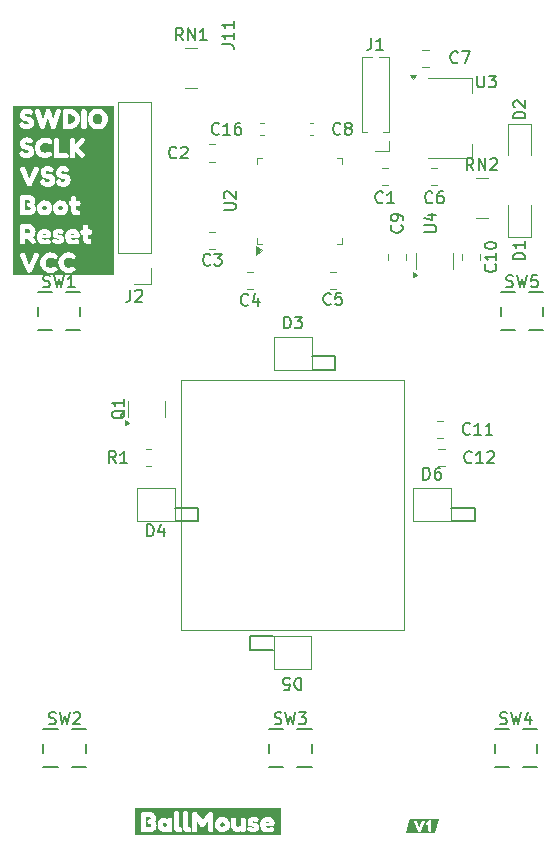
<source format=gbr>
%TF.GenerationSoftware,KiCad,Pcbnew,9.0.4*%
%TF.CreationDate,2025-11-20T14:14:08-06:00*%
%TF.ProjectId,Ballmouse,42616c6c-6d6f-4757-9365-2e6b69636164,rev?*%
%TF.SameCoordinates,Original*%
%TF.FileFunction,Legend,Top*%
%TF.FilePolarity,Positive*%
%FSLAX46Y46*%
G04 Gerber Fmt 4.6, Leading zero omitted, Abs format (unit mm)*
G04 Created by KiCad (PCBNEW 9.0.4) date 2025-11-20 14:14:08*
%MOMM*%
%LPD*%
G01*
G04 APERTURE LIST*
%ADD10C,0.100000*%
%ADD11C,0.150000*%
%ADD12C,0.120000*%
%ADD13C,0.000000*%
G04 APERTURE END LIST*
D10*
X129775000Y-85050000D02*
X148625000Y-85050000D01*
X148625000Y-106200000D01*
X129775000Y-106200000D01*
X129775000Y-85050000D01*
D11*
X150261905Y-93454819D02*
X150261905Y-92454819D01*
X150261905Y-92454819D02*
X150500000Y-92454819D01*
X150500000Y-92454819D02*
X150642857Y-92502438D01*
X150642857Y-92502438D02*
X150738095Y-92597676D01*
X150738095Y-92597676D02*
X150785714Y-92692914D01*
X150785714Y-92692914D02*
X150833333Y-92883390D01*
X150833333Y-92883390D02*
X150833333Y-93026247D01*
X150833333Y-93026247D02*
X150785714Y-93216723D01*
X150785714Y-93216723D02*
X150738095Y-93311961D01*
X150738095Y-93311961D02*
X150642857Y-93407200D01*
X150642857Y-93407200D02*
X150500000Y-93454819D01*
X150500000Y-93454819D02*
X150261905Y-93454819D01*
X151690476Y-92454819D02*
X151500000Y-92454819D01*
X151500000Y-92454819D02*
X151404762Y-92502438D01*
X151404762Y-92502438D02*
X151357143Y-92550057D01*
X151357143Y-92550057D02*
X151261905Y-92692914D01*
X151261905Y-92692914D02*
X151214286Y-92883390D01*
X151214286Y-92883390D02*
X151214286Y-93264342D01*
X151214286Y-93264342D02*
X151261905Y-93359580D01*
X151261905Y-93359580D02*
X151309524Y-93407200D01*
X151309524Y-93407200D02*
X151404762Y-93454819D01*
X151404762Y-93454819D02*
X151595238Y-93454819D01*
X151595238Y-93454819D02*
X151690476Y-93407200D01*
X151690476Y-93407200D02*
X151738095Y-93359580D01*
X151738095Y-93359580D02*
X151785714Y-93264342D01*
X151785714Y-93264342D02*
X151785714Y-93026247D01*
X151785714Y-93026247D02*
X151738095Y-92931009D01*
X151738095Y-92931009D02*
X151690476Y-92883390D01*
X151690476Y-92883390D02*
X151595238Y-92835771D01*
X151595238Y-92835771D02*
X151404762Y-92835771D01*
X151404762Y-92835771D02*
X151309524Y-92883390D01*
X151309524Y-92883390D02*
X151261905Y-92931009D01*
X151261905Y-92931009D02*
X151214286Y-93026247D01*
X139923597Y-110230492D02*
X139923597Y-111230492D01*
X139923597Y-111230492D02*
X139685502Y-111230492D01*
X139685502Y-111230492D02*
X139542645Y-111182873D01*
X139542645Y-111182873D02*
X139447407Y-111087635D01*
X139447407Y-111087635D02*
X139399788Y-110992397D01*
X139399788Y-110992397D02*
X139352169Y-110801921D01*
X139352169Y-110801921D02*
X139352169Y-110659064D01*
X139352169Y-110659064D02*
X139399788Y-110468588D01*
X139399788Y-110468588D02*
X139447407Y-110373350D01*
X139447407Y-110373350D02*
X139542645Y-110278112D01*
X139542645Y-110278112D02*
X139685502Y-110230492D01*
X139685502Y-110230492D02*
X139923597Y-110230492D01*
X138447407Y-111230492D02*
X138923597Y-111230492D01*
X138923597Y-111230492D02*
X138971216Y-110754302D01*
X138971216Y-110754302D02*
X138923597Y-110801921D01*
X138923597Y-110801921D02*
X138828359Y-110849540D01*
X138828359Y-110849540D02*
X138590264Y-110849540D01*
X138590264Y-110849540D02*
X138495026Y-110801921D01*
X138495026Y-110801921D02*
X138447407Y-110754302D01*
X138447407Y-110754302D02*
X138399788Y-110659064D01*
X138399788Y-110659064D02*
X138399788Y-110420969D01*
X138399788Y-110420969D02*
X138447407Y-110325731D01*
X138447407Y-110325731D02*
X138495026Y-110278112D01*
X138495026Y-110278112D02*
X138590264Y-110230492D01*
X138590264Y-110230492D02*
X138828359Y-110230492D01*
X138828359Y-110230492D02*
X138923597Y-110278112D01*
X138923597Y-110278112D02*
X138971216Y-110325731D01*
X126861905Y-98254819D02*
X126861905Y-97254819D01*
X126861905Y-97254819D02*
X127100000Y-97254819D01*
X127100000Y-97254819D02*
X127242857Y-97302438D01*
X127242857Y-97302438D02*
X127338095Y-97397676D01*
X127338095Y-97397676D02*
X127385714Y-97492914D01*
X127385714Y-97492914D02*
X127433333Y-97683390D01*
X127433333Y-97683390D02*
X127433333Y-97826247D01*
X127433333Y-97826247D02*
X127385714Y-98016723D01*
X127385714Y-98016723D02*
X127338095Y-98111961D01*
X127338095Y-98111961D02*
X127242857Y-98207200D01*
X127242857Y-98207200D02*
X127100000Y-98254819D01*
X127100000Y-98254819D02*
X126861905Y-98254819D01*
X128290476Y-97588152D02*
X128290476Y-98254819D01*
X128052381Y-97207200D02*
X127814286Y-97921485D01*
X127814286Y-97921485D02*
X128433333Y-97921485D01*
X138461905Y-80654819D02*
X138461905Y-79654819D01*
X138461905Y-79654819D02*
X138700000Y-79654819D01*
X138700000Y-79654819D02*
X138842857Y-79702438D01*
X138842857Y-79702438D02*
X138938095Y-79797676D01*
X138938095Y-79797676D02*
X138985714Y-79892914D01*
X138985714Y-79892914D02*
X139033333Y-80083390D01*
X139033333Y-80083390D02*
X139033333Y-80226247D01*
X139033333Y-80226247D02*
X138985714Y-80416723D01*
X138985714Y-80416723D02*
X138938095Y-80511961D01*
X138938095Y-80511961D02*
X138842857Y-80607200D01*
X138842857Y-80607200D02*
X138700000Y-80654819D01*
X138700000Y-80654819D02*
X138461905Y-80654819D01*
X139366667Y-79654819D02*
X139985714Y-79654819D01*
X139985714Y-79654819D02*
X139652381Y-80035771D01*
X139652381Y-80035771D02*
X139795238Y-80035771D01*
X139795238Y-80035771D02*
X139890476Y-80083390D01*
X139890476Y-80083390D02*
X139938095Y-80131009D01*
X139938095Y-80131009D02*
X139985714Y-80226247D01*
X139985714Y-80226247D02*
X139985714Y-80464342D01*
X139985714Y-80464342D02*
X139938095Y-80559580D01*
X139938095Y-80559580D02*
X139890476Y-80607200D01*
X139890476Y-80607200D02*
X139795238Y-80654819D01*
X139795238Y-80654819D02*
X139509524Y-80654819D01*
X139509524Y-80654819D02*
X139414286Y-80607200D01*
X139414286Y-80607200D02*
X139366667Y-80559580D01*
X125466666Y-77384819D02*
X125466666Y-78099104D01*
X125466666Y-78099104D02*
X125419047Y-78241961D01*
X125419047Y-78241961D02*
X125323809Y-78337200D01*
X125323809Y-78337200D02*
X125180952Y-78384819D01*
X125180952Y-78384819D02*
X125085714Y-78384819D01*
X125895238Y-77480057D02*
X125942857Y-77432438D01*
X125942857Y-77432438D02*
X126038095Y-77384819D01*
X126038095Y-77384819D02*
X126276190Y-77384819D01*
X126276190Y-77384819D02*
X126371428Y-77432438D01*
X126371428Y-77432438D02*
X126419047Y-77480057D01*
X126419047Y-77480057D02*
X126466666Y-77575295D01*
X126466666Y-77575295D02*
X126466666Y-77670533D01*
X126466666Y-77670533D02*
X126419047Y-77813390D01*
X126419047Y-77813390D02*
X125847619Y-78384819D01*
X125847619Y-78384819D02*
X126466666Y-78384819D01*
X132957142Y-64159580D02*
X132909523Y-64207200D01*
X132909523Y-64207200D02*
X132766666Y-64254819D01*
X132766666Y-64254819D02*
X132671428Y-64254819D01*
X132671428Y-64254819D02*
X132528571Y-64207200D01*
X132528571Y-64207200D02*
X132433333Y-64111961D01*
X132433333Y-64111961D02*
X132385714Y-64016723D01*
X132385714Y-64016723D02*
X132338095Y-63826247D01*
X132338095Y-63826247D02*
X132338095Y-63683390D01*
X132338095Y-63683390D02*
X132385714Y-63492914D01*
X132385714Y-63492914D02*
X132433333Y-63397676D01*
X132433333Y-63397676D02*
X132528571Y-63302438D01*
X132528571Y-63302438D02*
X132671428Y-63254819D01*
X132671428Y-63254819D02*
X132766666Y-63254819D01*
X132766666Y-63254819D02*
X132909523Y-63302438D01*
X132909523Y-63302438D02*
X132957142Y-63350057D01*
X133909523Y-64254819D02*
X133338095Y-64254819D01*
X133623809Y-64254819D02*
X133623809Y-63254819D01*
X133623809Y-63254819D02*
X133528571Y-63397676D01*
X133528571Y-63397676D02*
X133433333Y-63492914D01*
X133433333Y-63492914D02*
X133338095Y-63540533D01*
X134766666Y-63254819D02*
X134576190Y-63254819D01*
X134576190Y-63254819D02*
X134480952Y-63302438D01*
X134480952Y-63302438D02*
X134433333Y-63350057D01*
X134433333Y-63350057D02*
X134338095Y-63492914D01*
X134338095Y-63492914D02*
X134290476Y-63683390D01*
X134290476Y-63683390D02*
X134290476Y-64064342D01*
X134290476Y-64064342D02*
X134338095Y-64159580D01*
X134338095Y-64159580D02*
X134385714Y-64207200D01*
X134385714Y-64207200D02*
X134480952Y-64254819D01*
X134480952Y-64254819D02*
X134671428Y-64254819D01*
X134671428Y-64254819D02*
X134766666Y-64207200D01*
X134766666Y-64207200D02*
X134814285Y-64159580D01*
X134814285Y-64159580D02*
X134861904Y-64064342D01*
X134861904Y-64064342D02*
X134861904Y-63826247D01*
X134861904Y-63826247D02*
X134814285Y-63731009D01*
X134814285Y-63731009D02*
X134766666Y-63683390D01*
X134766666Y-63683390D02*
X134671428Y-63635771D01*
X134671428Y-63635771D02*
X134480952Y-63635771D01*
X134480952Y-63635771D02*
X134385714Y-63683390D01*
X134385714Y-63683390D02*
X134338095Y-63731009D01*
X134338095Y-63731009D02*
X134290476Y-63826247D01*
X143233333Y-64159580D02*
X143185714Y-64207200D01*
X143185714Y-64207200D02*
X143042857Y-64254819D01*
X143042857Y-64254819D02*
X142947619Y-64254819D01*
X142947619Y-64254819D02*
X142804762Y-64207200D01*
X142804762Y-64207200D02*
X142709524Y-64111961D01*
X142709524Y-64111961D02*
X142661905Y-64016723D01*
X142661905Y-64016723D02*
X142614286Y-63826247D01*
X142614286Y-63826247D02*
X142614286Y-63683390D01*
X142614286Y-63683390D02*
X142661905Y-63492914D01*
X142661905Y-63492914D02*
X142709524Y-63397676D01*
X142709524Y-63397676D02*
X142804762Y-63302438D01*
X142804762Y-63302438D02*
X142947619Y-63254819D01*
X142947619Y-63254819D02*
X143042857Y-63254819D01*
X143042857Y-63254819D02*
X143185714Y-63302438D01*
X143185714Y-63302438D02*
X143233333Y-63350057D01*
X143804762Y-63683390D02*
X143709524Y-63635771D01*
X143709524Y-63635771D02*
X143661905Y-63588152D01*
X143661905Y-63588152D02*
X143614286Y-63492914D01*
X143614286Y-63492914D02*
X143614286Y-63445295D01*
X143614286Y-63445295D02*
X143661905Y-63350057D01*
X143661905Y-63350057D02*
X143709524Y-63302438D01*
X143709524Y-63302438D02*
X143804762Y-63254819D01*
X143804762Y-63254819D02*
X143995238Y-63254819D01*
X143995238Y-63254819D02*
X144090476Y-63302438D01*
X144090476Y-63302438D02*
X144138095Y-63350057D01*
X144138095Y-63350057D02*
X144185714Y-63445295D01*
X144185714Y-63445295D02*
X144185714Y-63492914D01*
X144185714Y-63492914D02*
X144138095Y-63588152D01*
X144138095Y-63588152D02*
X144090476Y-63635771D01*
X144090476Y-63635771D02*
X143995238Y-63683390D01*
X143995238Y-63683390D02*
X143804762Y-63683390D01*
X143804762Y-63683390D02*
X143709524Y-63731009D01*
X143709524Y-63731009D02*
X143661905Y-63778628D01*
X143661905Y-63778628D02*
X143614286Y-63873866D01*
X143614286Y-63873866D02*
X143614286Y-64064342D01*
X143614286Y-64064342D02*
X143661905Y-64159580D01*
X143661905Y-64159580D02*
X143709524Y-64207200D01*
X143709524Y-64207200D02*
X143804762Y-64254819D01*
X143804762Y-64254819D02*
X143995238Y-64254819D01*
X143995238Y-64254819D02*
X144090476Y-64207200D01*
X144090476Y-64207200D02*
X144138095Y-64159580D01*
X144138095Y-64159580D02*
X144185714Y-64064342D01*
X144185714Y-64064342D02*
X144185714Y-63873866D01*
X144185714Y-63873866D02*
X144138095Y-63778628D01*
X144138095Y-63778628D02*
X144090476Y-63731009D01*
X144090476Y-63731009D02*
X143995238Y-63683390D01*
X150354819Y-72511904D02*
X151164342Y-72511904D01*
X151164342Y-72511904D02*
X151259580Y-72464285D01*
X151259580Y-72464285D02*
X151307200Y-72416666D01*
X151307200Y-72416666D02*
X151354819Y-72321428D01*
X151354819Y-72321428D02*
X151354819Y-72130952D01*
X151354819Y-72130952D02*
X151307200Y-72035714D01*
X151307200Y-72035714D02*
X151259580Y-71988095D01*
X151259580Y-71988095D02*
X151164342Y-71940476D01*
X151164342Y-71940476D02*
X150354819Y-71940476D01*
X150688152Y-71035714D02*
X151354819Y-71035714D01*
X150307200Y-71273809D02*
X151021485Y-71511904D01*
X151021485Y-71511904D02*
X151021485Y-70892857D01*
X154838095Y-59254819D02*
X154838095Y-60064342D01*
X154838095Y-60064342D02*
X154885714Y-60159580D01*
X154885714Y-60159580D02*
X154933333Y-60207200D01*
X154933333Y-60207200D02*
X155028571Y-60254819D01*
X155028571Y-60254819D02*
X155219047Y-60254819D01*
X155219047Y-60254819D02*
X155314285Y-60207200D01*
X155314285Y-60207200D02*
X155361904Y-60159580D01*
X155361904Y-60159580D02*
X155409523Y-60064342D01*
X155409523Y-60064342D02*
X155409523Y-59254819D01*
X155790476Y-59254819D02*
X156409523Y-59254819D01*
X156409523Y-59254819D02*
X156076190Y-59635771D01*
X156076190Y-59635771D02*
X156219047Y-59635771D01*
X156219047Y-59635771D02*
X156314285Y-59683390D01*
X156314285Y-59683390D02*
X156361904Y-59731009D01*
X156361904Y-59731009D02*
X156409523Y-59826247D01*
X156409523Y-59826247D02*
X156409523Y-60064342D01*
X156409523Y-60064342D02*
X156361904Y-60159580D01*
X156361904Y-60159580D02*
X156314285Y-60207200D01*
X156314285Y-60207200D02*
X156219047Y-60254819D01*
X156219047Y-60254819D02*
X155933333Y-60254819D01*
X155933333Y-60254819D02*
X155838095Y-60207200D01*
X155838095Y-60207200D02*
X155790476Y-60159580D01*
X133372319Y-70619404D02*
X134181842Y-70619404D01*
X134181842Y-70619404D02*
X134277080Y-70571785D01*
X134277080Y-70571785D02*
X134324700Y-70524166D01*
X134324700Y-70524166D02*
X134372319Y-70428928D01*
X134372319Y-70428928D02*
X134372319Y-70238452D01*
X134372319Y-70238452D02*
X134324700Y-70143214D01*
X134324700Y-70143214D02*
X134277080Y-70095595D01*
X134277080Y-70095595D02*
X134181842Y-70047976D01*
X134181842Y-70047976D02*
X133372319Y-70047976D01*
X133467557Y-69619404D02*
X133419938Y-69571785D01*
X133419938Y-69571785D02*
X133372319Y-69476547D01*
X133372319Y-69476547D02*
X133372319Y-69238452D01*
X133372319Y-69238452D02*
X133419938Y-69143214D01*
X133419938Y-69143214D02*
X133467557Y-69095595D01*
X133467557Y-69095595D02*
X133562795Y-69047976D01*
X133562795Y-69047976D02*
X133658033Y-69047976D01*
X133658033Y-69047976D02*
X133800890Y-69095595D01*
X133800890Y-69095595D02*
X134372319Y-69667023D01*
X134372319Y-69667023D02*
X134372319Y-69047976D01*
X157291667Y-77107200D02*
X157434524Y-77154819D01*
X157434524Y-77154819D02*
X157672619Y-77154819D01*
X157672619Y-77154819D02*
X157767857Y-77107200D01*
X157767857Y-77107200D02*
X157815476Y-77059580D01*
X157815476Y-77059580D02*
X157863095Y-76964342D01*
X157863095Y-76964342D02*
X157863095Y-76869104D01*
X157863095Y-76869104D02*
X157815476Y-76773866D01*
X157815476Y-76773866D02*
X157767857Y-76726247D01*
X157767857Y-76726247D02*
X157672619Y-76678628D01*
X157672619Y-76678628D02*
X157482143Y-76631009D01*
X157482143Y-76631009D02*
X157386905Y-76583390D01*
X157386905Y-76583390D02*
X157339286Y-76535771D01*
X157339286Y-76535771D02*
X157291667Y-76440533D01*
X157291667Y-76440533D02*
X157291667Y-76345295D01*
X157291667Y-76345295D02*
X157339286Y-76250057D01*
X157339286Y-76250057D02*
X157386905Y-76202438D01*
X157386905Y-76202438D02*
X157482143Y-76154819D01*
X157482143Y-76154819D02*
X157720238Y-76154819D01*
X157720238Y-76154819D02*
X157863095Y-76202438D01*
X158196429Y-76154819D02*
X158434524Y-77154819D01*
X158434524Y-77154819D02*
X158625000Y-76440533D01*
X158625000Y-76440533D02*
X158815476Y-77154819D01*
X158815476Y-77154819D02*
X159053572Y-76154819D01*
X159910714Y-76154819D02*
X159434524Y-76154819D01*
X159434524Y-76154819D02*
X159386905Y-76631009D01*
X159386905Y-76631009D02*
X159434524Y-76583390D01*
X159434524Y-76583390D02*
X159529762Y-76535771D01*
X159529762Y-76535771D02*
X159767857Y-76535771D01*
X159767857Y-76535771D02*
X159863095Y-76583390D01*
X159863095Y-76583390D02*
X159910714Y-76631009D01*
X159910714Y-76631009D02*
X159958333Y-76726247D01*
X159958333Y-76726247D02*
X159958333Y-76964342D01*
X159958333Y-76964342D02*
X159910714Y-77059580D01*
X159910714Y-77059580D02*
X159863095Y-77107200D01*
X159863095Y-77107200D02*
X159767857Y-77154819D01*
X159767857Y-77154819D02*
X159529762Y-77154819D01*
X159529762Y-77154819D02*
X159434524Y-77107200D01*
X159434524Y-77107200D02*
X159386905Y-77059580D01*
X156766667Y-114107200D02*
X156909524Y-114154819D01*
X156909524Y-114154819D02*
X157147619Y-114154819D01*
X157147619Y-114154819D02*
X157242857Y-114107200D01*
X157242857Y-114107200D02*
X157290476Y-114059580D01*
X157290476Y-114059580D02*
X157338095Y-113964342D01*
X157338095Y-113964342D02*
X157338095Y-113869104D01*
X157338095Y-113869104D02*
X157290476Y-113773866D01*
X157290476Y-113773866D02*
X157242857Y-113726247D01*
X157242857Y-113726247D02*
X157147619Y-113678628D01*
X157147619Y-113678628D02*
X156957143Y-113631009D01*
X156957143Y-113631009D02*
X156861905Y-113583390D01*
X156861905Y-113583390D02*
X156814286Y-113535771D01*
X156814286Y-113535771D02*
X156766667Y-113440533D01*
X156766667Y-113440533D02*
X156766667Y-113345295D01*
X156766667Y-113345295D02*
X156814286Y-113250057D01*
X156814286Y-113250057D02*
X156861905Y-113202438D01*
X156861905Y-113202438D02*
X156957143Y-113154819D01*
X156957143Y-113154819D02*
X157195238Y-113154819D01*
X157195238Y-113154819D02*
X157338095Y-113202438D01*
X157671429Y-113154819D02*
X157909524Y-114154819D01*
X157909524Y-114154819D02*
X158100000Y-113440533D01*
X158100000Y-113440533D02*
X158290476Y-114154819D01*
X158290476Y-114154819D02*
X158528572Y-113154819D01*
X159338095Y-113488152D02*
X159338095Y-114154819D01*
X159100000Y-113107200D02*
X158861905Y-113821485D01*
X158861905Y-113821485D02*
X159480952Y-113821485D01*
X137666667Y-114107200D02*
X137809524Y-114154819D01*
X137809524Y-114154819D02*
X138047619Y-114154819D01*
X138047619Y-114154819D02*
X138142857Y-114107200D01*
X138142857Y-114107200D02*
X138190476Y-114059580D01*
X138190476Y-114059580D02*
X138238095Y-113964342D01*
X138238095Y-113964342D02*
X138238095Y-113869104D01*
X138238095Y-113869104D02*
X138190476Y-113773866D01*
X138190476Y-113773866D02*
X138142857Y-113726247D01*
X138142857Y-113726247D02*
X138047619Y-113678628D01*
X138047619Y-113678628D02*
X137857143Y-113631009D01*
X137857143Y-113631009D02*
X137761905Y-113583390D01*
X137761905Y-113583390D02*
X137714286Y-113535771D01*
X137714286Y-113535771D02*
X137666667Y-113440533D01*
X137666667Y-113440533D02*
X137666667Y-113345295D01*
X137666667Y-113345295D02*
X137714286Y-113250057D01*
X137714286Y-113250057D02*
X137761905Y-113202438D01*
X137761905Y-113202438D02*
X137857143Y-113154819D01*
X137857143Y-113154819D02*
X138095238Y-113154819D01*
X138095238Y-113154819D02*
X138238095Y-113202438D01*
X138571429Y-113154819D02*
X138809524Y-114154819D01*
X138809524Y-114154819D02*
X139000000Y-113440533D01*
X139000000Y-113440533D02*
X139190476Y-114154819D01*
X139190476Y-114154819D02*
X139428572Y-113154819D01*
X139714286Y-113154819D02*
X140333333Y-113154819D01*
X140333333Y-113154819D02*
X140000000Y-113535771D01*
X140000000Y-113535771D02*
X140142857Y-113535771D01*
X140142857Y-113535771D02*
X140238095Y-113583390D01*
X140238095Y-113583390D02*
X140285714Y-113631009D01*
X140285714Y-113631009D02*
X140333333Y-113726247D01*
X140333333Y-113726247D02*
X140333333Y-113964342D01*
X140333333Y-113964342D02*
X140285714Y-114059580D01*
X140285714Y-114059580D02*
X140238095Y-114107200D01*
X140238095Y-114107200D02*
X140142857Y-114154819D01*
X140142857Y-114154819D02*
X139857143Y-114154819D01*
X139857143Y-114154819D02*
X139761905Y-114107200D01*
X139761905Y-114107200D02*
X139714286Y-114059580D01*
X118566667Y-114107200D02*
X118709524Y-114154819D01*
X118709524Y-114154819D02*
X118947619Y-114154819D01*
X118947619Y-114154819D02*
X119042857Y-114107200D01*
X119042857Y-114107200D02*
X119090476Y-114059580D01*
X119090476Y-114059580D02*
X119138095Y-113964342D01*
X119138095Y-113964342D02*
X119138095Y-113869104D01*
X119138095Y-113869104D02*
X119090476Y-113773866D01*
X119090476Y-113773866D02*
X119042857Y-113726247D01*
X119042857Y-113726247D02*
X118947619Y-113678628D01*
X118947619Y-113678628D02*
X118757143Y-113631009D01*
X118757143Y-113631009D02*
X118661905Y-113583390D01*
X118661905Y-113583390D02*
X118614286Y-113535771D01*
X118614286Y-113535771D02*
X118566667Y-113440533D01*
X118566667Y-113440533D02*
X118566667Y-113345295D01*
X118566667Y-113345295D02*
X118614286Y-113250057D01*
X118614286Y-113250057D02*
X118661905Y-113202438D01*
X118661905Y-113202438D02*
X118757143Y-113154819D01*
X118757143Y-113154819D02*
X118995238Y-113154819D01*
X118995238Y-113154819D02*
X119138095Y-113202438D01*
X119471429Y-113154819D02*
X119709524Y-114154819D01*
X119709524Y-114154819D02*
X119900000Y-113440533D01*
X119900000Y-113440533D02*
X120090476Y-114154819D01*
X120090476Y-114154819D02*
X120328572Y-113154819D01*
X120661905Y-113250057D02*
X120709524Y-113202438D01*
X120709524Y-113202438D02*
X120804762Y-113154819D01*
X120804762Y-113154819D02*
X121042857Y-113154819D01*
X121042857Y-113154819D02*
X121138095Y-113202438D01*
X121138095Y-113202438D02*
X121185714Y-113250057D01*
X121185714Y-113250057D02*
X121233333Y-113345295D01*
X121233333Y-113345295D02*
X121233333Y-113440533D01*
X121233333Y-113440533D02*
X121185714Y-113583390D01*
X121185714Y-113583390D02*
X120614286Y-114154819D01*
X120614286Y-114154819D02*
X121233333Y-114154819D01*
X118066667Y-77107200D02*
X118209524Y-77154819D01*
X118209524Y-77154819D02*
X118447619Y-77154819D01*
X118447619Y-77154819D02*
X118542857Y-77107200D01*
X118542857Y-77107200D02*
X118590476Y-77059580D01*
X118590476Y-77059580D02*
X118638095Y-76964342D01*
X118638095Y-76964342D02*
X118638095Y-76869104D01*
X118638095Y-76869104D02*
X118590476Y-76773866D01*
X118590476Y-76773866D02*
X118542857Y-76726247D01*
X118542857Y-76726247D02*
X118447619Y-76678628D01*
X118447619Y-76678628D02*
X118257143Y-76631009D01*
X118257143Y-76631009D02*
X118161905Y-76583390D01*
X118161905Y-76583390D02*
X118114286Y-76535771D01*
X118114286Y-76535771D02*
X118066667Y-76440533D01*
X118066667Y-76440533D02*
X118066667Y-76345295D01*
X118066667Y-76345295D02*
X118114286Y-76250057D01*
X118114286Y-76250057D02*
X118161905Y-76202438D01*
X118161905Y-76202438D02*
X118257143Y-76154819D01*
X118257143Y-76154819D02*
X118495238Y-76154819D01*
X118495238Y-76154819D02*
X118638095Y-76202438D01*
X118971429Y-76154819D02*
X119209524Y-77154819D01*
X119209524Y-77154819D02*
X119400000Y-76440533D01*
X119400000Y-76440533D02*
X119590476Y-77154819D01*
X119590476Y-77154819D02*
X119828572Y-76154819D01*
X120733333Y-77154819D02*
X120161905Y-77154819D01*
X120447619Y-77154819D02*
X120447619Y-76154819D01*
X120447619Y-76154819D02*
X120352381Y-76297676D01*
X120352381Y-76297676D02*
X120257143Y-76392914D01*
X120257143Y-76392914D02*
X120161905Y-76440533D01*
X154509523Y-67254819D02*
X154176190Y-66778628D01*
X153938095Y-67254819D02*
X153938095Y-66254819D01*
X153938095Y-66254819D02*
X154319047Y-66254819D01*
X154319047Y-66254819D02*
X154414285Y-66302438D01*
X154414285Y-66302438D02*
X154461904Y-66350057D01*
X154461904Y-66350057D02*
X154509523Y-66445295D01*
X154509523Y-66445295D02*
X154509523Y-66588152D01*
X154509523Y-66588152D02*
X154461904Y-66683390D01*
X154461904Y-66683390D02*
X154414285Y-66731009D01*
X154414285Y-66731009D02*
X154319047Y-66778628D01*
X154319047Y-66778628D02*
X153938095Y-66778628D01*
X154938095Y-67254819D02*
X154938095Y-66254819D01*
X154938095Y-66254819D02*
X155509523Y-67254819D01*
X155509523Y-67254819D02*
X155509523Y-66254819D01*
X155938095Y-66350057D02*
X155985714Y-66302438D01*
X155985714Y-66302438D02*
X156080952Y-66254819D01*
X156080952Y-66254819D02*
X156319047Y-66254819D01*
X156319047Y-66254819D02*
X156414285Y-66302438D01*
X156414285Y-66302438D02*
X156461904Y-66350057D01*
X156461904Y-66350057D02*
X156509523Y-66445295D01*
X156509523Y-66445295D02*
X156509523Y-66540533D01*
X156509523Y-66540533D02*
X156461904Y-66683390D01*
X156461904Y-66683390D02*
X155890476Y-67254819D01*
X155890476Y-67254819D02*
X156509523Y-67254819D01*
X129909523Y-56254819D02*
X129576190Y-55778628D01*
X129338095Y-56254819D02*
X129338095Y-55254819D01*
X129338095Y-55254819D02*
X129719047Y-55254819D01*
X129719047Y-55254819D02*
X129814285Y-55302438D01*
X129814285Y-55302438D02*
X129861904Y-55350057D01*
X129861904Y-55350057D02*
X129909523Y-55445295D01*
X129909523Y-55445295D02*
X129909523Y-55588152D01*
X129909523Y-55588152D02*
X129861904Y-55683390D01*
X129861904Y-55683390D02*
X129814285Y-55731009D01*
X129814285Y-55731009D02*
X129719047Y-55778628D01*
X129719047Y-55778628D02*
X129338095Y-55778628D01*
X130338095Y-56254819D02*
X130338095Y-55254819D01*
X130338095Y-55254819D02*
X130909523Y-56254819D01*
X130909523Y-56254819D02*
X130909523Y-55254819D01*
X131909523Y-56254819D02*
X131338095Y-56254819D01*
X131623809Y-56254819D02*
X131623809Y-55254819D01*
X131623809Y-55254819D02*
X131528571Y-55397676D01*
X131528571Y-55397676D02*
X131433333Y-55492914D01*
X131433333Y-55492914D02*
X131338095Y-55540533D01*
X124233333Y-92054819D02*
X123900000Y-91578628D01*
X123661905Y-92054819D02*
X123661905Y-91054819D01*
X123661905Y-91054819D02*
X124042857Y-91054819D01*
X124042857Y-91054819D02*
X124138095Y-91102438D01*
X124138095Y-91102438D02*
X124185714Y-91150057D01*
X124185714Y-91150057D02*
X124233333Y-91245295D01*
X124233333Y-91245295D02*
X124233333Y-91388152D01*
X124233333Y-91388152D02*
X124185714Y-91483390D01*
X124185714Y-91483390D02*
X124138095Y-91531009D01*
X124138095Y-91531009D02*
X124042857Y-91578628D01*
X124042857Y-91578628D02*
X123661905Y-91578628D01*
X125185714Y-92054819D02*
X124614286Y-92054819D01*
X124900000Y-92054819D02*
X124900000Y-91054819D01*
X124900000Y-91054819D02*
X124804762Y-91197676D01*
X124804762Y-91197676D02*
X124709524Y-91292914D01*
X124709524Y-91292914D02*
X124614286Y-91340533D01*
X125000057Y-87557738D02*
X124952438Y-87652976D01*
X124952438Y-87652976D02*
X124857200Y-87748214D01*
X124857200Y-87748214D02*
X124714342Y-87891071D01*
X124714342Y-87891071D02*
X124666723Y-87986309D01*
X124666723Y-87986309D02*
X124666723Y-88081547D01*
X124904819Y-88033928D02*
X124857200Y-88129166D01*
X124857200Y-88129166D02*
X124761961Y-88224404D01*
X124761961Y-88224404D02*
X124571485Y-88272023D01*
X124571485Y-88272023D02*
X124238152Y-88272023D01*
X124238152Y-88272023D02*
X124047676Y-88224404D01*
X124047676Y-88224404D02*
X123952438Y-88129166D01*
X123952438Y-88129166D02*
X123904819Y-88033928D01*
X123904819Y-88033928D02*
X123904819Y-87843452D01*
X123904819Y-87843452D02*
X123952438Y-87748214D01*
X123952438Y-87748214D02*
X124047676Y-87652976D01*
X124047676Y-87652976D02*
X124238152Y-87605357D01*
X124238152Y-87605357D02*
X124571485Y-87605357D01*
X124571485Y-87605357D02*
X124761961Y-87652976D01*
X124761961Y-87652976D02*
X124857200Y-87748214D01*
X124857200Y-87748214D02*
X124904819Y-87843452D01*
X124904819Y-87843452D02*
X124904819Y-88033928D01*
X124904819Y-86652976D02*
X124904819Y-87224404D01*
X124904819Y-86938690D02*
X123904819Y-86938690D01*
X123904819Y-86938690D02*
X124047676Y-87033928D01*
X124047676Y-87033928D02*
X124142914Y-87129166D01*
X124142914Y-87129166D02*
X124190533Y-87224404D01*
X133209819Y-56609523D02*
X133924104Y-56609523D01*
X133924104Y-56609523D02*
X134066961Y-56657142D01*
X134066961Y-56657142D02*
X134162200Y-56752380D01*
X134162200Y-56752380D02*
X134209819Y-56895237D01*
X134209819Y-56895237D02*
X134209819Y-56990475D01*
X134209819Y-55609523D02*
X134209819Y-56180951D01*
X134209819Y-55895237D02*
X133209819Y-55895237D01*
X133209819Y-55895237D02*
X133352676Y-55990475D01*
X133352676Y-55990475D02*
X133447914Y-56085713D01*
X133447914Y-56085713D02*
X133495533Y-56180951D01*
X134209819Y-54657142D02*
X134209819Y-55228570D01*
X134209819Y-54942856D02*
X133209819Y-54942856D01*
X133209819Y-54942856D02*
X133352676Y-55038094D01*
X133352676Y-55038094D02*
X133447914Y-55133332D01*
X133447914Y-55133332D02*
X133495533Y-55228570D01*
X145866666Y-56054819D02*
X145866666Y-56769104D01*
X145866666Y-56769104D02*
X145819047Y-56911961D01*
X145819047Y-56911961D02*
X145723809Y-57007200D01*
X145723809Y-57007200D02*
X145580952Y-57054819D01*
X145580952Y-57054819D02*
X145485714Y-57054819D01*
X146866666Y-57054819D02*
X146295238Y-57054819D01*
X146580952Y-57054819D02*
X146580952Y-56054819D01*
X146580952Y-56054819D02*
X146485714Y-56197676D01*
X146485714Y-56197676D02*
X146390476Y-56292914D01*
X146390476Y-56292914D02*
X146295238Y-56340533D01*
X158894819Y-62875594D02*
X157894819Y-62875594D01*
X157894819Y-62875594D02*
X157894819Y-62637499D01*
X157894819Y-62637499D02*
X157942438Y-62494642D01*
X157942438Y-62494642D02*
X158037676Y-62399404D01*
X158037676Y-62399404D02*
X158132914Y-62351785D01*
X158132914Y-62351785D02*
X158323390Y-62304166D01*
X158323390Y-62304166D02*
X158466247Y-62304166D01*
X158466247Y-62304166D02*
X158656723Y-62351785D01*
X158656723Y-62351785D02*
X158751961Y-62399404D01*
X158751961Y-62399404D02*
X158847200Y-62494642D01*
X158847200Y-62494642D02*
X158894819Y-62637499D01*
X158894819Y-62637499D02*
X158894819Y-62875594D01*
X157990057Y-61923213D02*
X157942438Y-61875594D01*
X157942438Y-61875594D02*
X157894819Y-61780356D01*
X157894819Y-61780356D02*
X157894819Y-61542261D01*
X157894819Y-61542261D02*
X157942438Y-61447023D01*
X157942438Y-61447023D02*
X157990057Y-61399404D01*
X157990057Y-61399404D02*
X158085295Y-61351785D01*
X158085295Y-61351785D02*
X158180533Y-61351785D01*
X158180533Y-61351785D02*
X158323390Y-61399404D01*
X158323390Y-61399404D02*
X158894819Y-61970832D01*
X158894819Y-61970832D02*
X158894819Y-61351785D01*
X158854819Y-74800594D02*
X157854819Y-74800594D01*
X157854819Y-74800594D02*
X157854819Y-74562499D01*
X157854819Y-74562499D02*
X157902438Y-74419642D01*
X157902438Y-74419642D02*
X157997676Y-74324404D01*
X157997676Y-74324404D02*
X158092914Y-74276785D01*
X158092914Y-74276785D02*
X158283390Y-74229166D01*
X158283390Y-74229166D02*
X158426247Y-74229166D01*
X158426247Y-74229166D02*
X158616723Y-74276785D01*
X158616723Y-74276785D02*
X158711961Y-74324404D01*
X158711961Y-74324404D02*
X158807200Y-74419642D01*
X158807200Y-74419642D02*
X158854819Y-74562499D01*
X158854819Y-74562499D02*
X158854819Y-74800594D01*
X158854819Y-73276785D02*
X158854819Y-73848213D01*
X158854819Y-73562499D02*
X157854819Y-73562499D01*
X157854819Y-73562499D02*
X157997676Y-73657737D01*
X157997676Y-73657737D02*
X158092914Y-73752975D01*
X158092914Y-73752975D02*
X158140533Y-73848213D01*
X154357142Y-91959580D02*
X154309523Y-92007200D01*
X154309523Y-92007200D02*
X154166666Y-92054819D01*
X154166666Y-92054819D02*
X154071428Y-92054819D01*
X154071428Y-92054819D02*
X153928571Y-92007200D01*
X153928571Y-92007200D02*
X153833333Y-91911961D01*
X153833333Y-91911961D02*
X153785714Y-91816723D01*
X153785714Y-91816723D02*
X153738095Y-91626247D01*
X153738095Y-91626247D02*
X153738095Y-91483390D01*
X153738095Y-91483390D02*
X153785714Y-91292914D01*
X153785714Y-91292914D02*
X153833333Y-91197676D01*
X153833333Y-91197676D02*
X153928571Y-91102438D01*
X153928571Y-91102438D02*
X154071428Y-91054819D01*
X154071428Y-91054819D02*
X154166666Y-91054819D01*
X154166666Y-91054819D02*
X154309523Y-91102438D01*
X154309523Y-91102438D02*
X154357142Y-91150057D01*
X155309523Y-92054819D02*
X154738095Y-92054819D01*
X155023809Y-92054819D02*
X155023809Y-91054819D01*
X155023809Y-91054819D02*
X154928571Y-91197676D01*
X154928571Y-91197676D02*
X154833333Y-91292914D01*
X154833333Y-91292914D02*
X154738095Y-91340533D01*
X155690476Y-91150057D02*
X155738095Y-91102438D01*
X155738095Y-91102438D02*
X155833333Y-91054819D01*
X155833333Y-91054819D02*
X156071428Y-91054819D01*
X156071428Y-91054819D02*
X156166666Y-91102438D01*
X156166666Y-91102438D02*
X156214285Y-91150057D01*
X156214285Y-91150057D02*
X156261904Y-91245295D01*
X156261904Y-91245295D02*
X156261904Y-91340533D01*
X156261904Y-91340533D02*
X156214285Y-91483390D01*
X156214285Y-91483390D02*
X155642857Y-92054819D01*
X155642857Y-92054819D02*
X156261904Y-92054819D01*
X154207142Y-89559580D02*
X154159523Y-89607200D01*
X154159523Y-89607200D02*
X154016666Y-89654819D01*
X154016666Y-89654819D02*
X153921428Y-89654819D01*
X153921428Y-89654819D02*
X153778571Y-89607200D01*
X153778571Y-89607200D02*
X153683333Y-89511961D01*
X153683333Y-89511961D02*
X153635714Y-89416723D01*
X153635714Y-89416723D02*
X153588095Y-89226247D01*
X153588095Y-89226247D02*
X153588095Y-89083390D01*
X153588095Y-89083390D02*
X153635714Y-88892914D01*
X153635714Y-88892914D02*
X153683333Y-88797676D01*
X153683333Y-88797676D02*
X153778571Y-88702438D01*
X153778571Y-88702438D02*
X153921428Y-88654819D01*
X153921428Y-88654819D02*
X154016666Y-88654819D01*
X154016666Y-88654819D02*
X154159523Y-88702438D01*
X154159523Y-88702438D02*
X154207142Y-88750057D01*
X155159523Y-89654819D02*
X154588095Y-89654819D01*
X154873809Y-89654819D02*
X154873809Y-88654819D01*
X154873809Y-88654819D02*
X154778571Y-88797676D01*
X154778571Y-88797676D02*
X154683333Y-88892914D01*
X154683333Y-88892914D02*
X154588095Y-88940533D01*
X156111904Y-89654819D02*
X155540476Y-89654819D01*
X155826190Y-89654819D02*
X155826190Y-88654819D01*
X155826190Y-88654819D02*
X155730952Y-88797676D01*
X155730952Y-88797676D02*
X155635714Y-88892914D01*
X155635714Y-88892914D02*
X155540476Y-88940533D01*
X156359580Y-75242857D02*
X156407200Y-75290476D01*
X156407200Y-75290476D02*
X156454819Y-75433333D01*
X156454819Y-75433333D02*
X156454819Y-75528571D01*
X156454819Y-75528571D02*
X156407200Y-75671428D01*
X156407200Y-75671428D02*
X156311961Y-75766666D01*
X156311961Y-75766666D02*
X156216723Y-75814285D01*
X156216723Y-75814285D02*
X156026247Y-75861904D01*
X156026247Y-75861904D02*
X155883390Y-75861904D01*
X155883390Y-75861904D02*
X155692914Y-75814285D01*
X155692914Y-75814285D02*
X155597676Y-75766666D01*
X155597676Y-75766666D02*
X155502438Y-75671428D01*
X155502438Y-75671428D02*
X155454819Y-75528571D01*
X155454819Y-75528571D02*
X155454819Y-75433333D01*
X155454819Y-75433333D02*
X155502438Y-75290476D01*
X155502438Y-75290476D02*
X155550057Y-75242857D01*
X156454819Y-74290476D02*
X156454819Y-74861904D01*
X156454819Y-74576190D02*
X155454819Y-74576190D01*
X155454819Y-74576190D02*
X155597676Y-74671428D01*
X155597676Y-74671428D02*
X155692914Y-74766666D01*
X155692914Y-74766666D02*
X155740533Y-74861904D01*
X155454819Y-73671428D02*
X155454819Y-73576190D01*
X155454819Y-73576190D02*
X155502438Y-73480952D01*
X155502438Y-73480952D02*
X155550057Y-73433333D01*
X155550057Y-73433333D02*
X155645295Y-73385714D01*
X155645295Y-73385714D02*
X155835771Y-73338095D01*
X155835771Y-73338095D02*
X156073866Y-73338095D01*
X156073866Y-73338095D02*
X156264342Y-73385714D01*
X156264342Y-73385714D02*
X156359580Y-73433333D01*
X156359580Y-73433333D02*
X156407200Y-73480952D01*
X156407200Y-73480952D02*
X156454819Y-73576190D01*
X156454819Y-73576190D02*
X156454819Y-73671428D01*
X156454819Y-73671428D02*
X156407200Y-73766666D01*
X156407200Y-73766666D02*
X156359580Y-73814285D01*
X156359580Y-73814285D02*
X156264342Y-73861904D01*
X156264342Y-73861904D02*
X156073866Y-73909523D01*
X156073866Y-73909523D02*
X155835771Y-73909523D01*
X155835771Y-73909523D02*
X155645295Y-73861904D01*
X155645295Y-73861904D02*
X155550057Y-73814285D01*
X155550057Y-73814285D02*
X155502438Y-73766666D01*
X155502438Y-73766666D02*
X155454819Y-73671428D01*
X148409580Y-71916666D02*
X148457200Y-71964285D01*
X148457200Y-71964285D02*
X148504819Y-72107142D01*
X148504819Y-72107142D02*
X148504819Y-72202380D01*
X148504819Y-72202380D02*
X148457200Y-72345237D01*
X148457200Y-72345237D02*
X148361961Y-72440475D01*
X148361961Y-72440475D02*
X148266723Y-72488094D01*
X148266723Y-72488094D02*
X148076247Y-72535713D01*
X148076247Y-72535713D02*
X147933390Y-72535713D01*
X147933390Y-72535713D02*
X147742914Y-72488094D01*
X147742914Y-72488094D02*
X147647676Y-72440475D01*
X147647676Y-72440475D02*
X147552438Y-72345237D01*
X147552438Y-72345237D02*
X147504819Y-72202380D01*
X147504819Y-72202380D02*
X147504819Y-72107142D01*
X147504819Y-72107142D02*
X147552438Y-71964285D01*
X147552438Y-71964285D02*
X147600057Y-71916666D01*
X148504819Y-71440475D02*
X148504819Y-71249999D01*
X148504819Y-71249999D02*
X148457200Y-71154761D01*
X148457200Y-71154761D02*
X148409580Y-71107142D01*
X148409580Y-71107142D02*
X148266723Y-71011904D01*
X148266723Y-71011904D02*
X148076247Y-70964285D01*
X148076247Y-70964285D02*
X147695295Y-70964285D01*
X147695295Y-70964285D02*
X147600057Y-71011904D01*
X147600057Y-71011904D02*
X147552438Y-71059523D01*
X147552438Y-71059523D02*
X147504819Y-71154761D01*
X147504819Y-71154761D02*
X147504819Y-71345237D01*
X147504819Y-71345237D02*
X147552438Y-71440475D01*
X147552438Y-71440475D02*
X147600057Y-71488094D01*
X147600057Y-71488094D02*
X147695295Y-71535713D01*
X147695295Y-71535713D02*
X147933390Y-71535713D01*
X147933390Y-71535713D02*
X148028628Y-71488094D01*
X148028628Y-71488094D02*
X148076247Y-71440475D01*
X148076247Y-71440475D02*
X148123866Y-71345237D01*
X148123866Y-71345237D02*
X148123866Y-71154761D01*
X148123866Y-71154761D02*
X148076247Y-71059523D01*
X148076247Y-71059523D02*
X148028628Y-71011904D01*
X148028628Y-71011904D02*
X147933390Y-70964285D01*
X153183333Y-58109580D02*
X153135714Y-58157200D01*
X153135714Y-58157200D02*
X152992857Y-58204819D01*
X152992857Y-58204819D02*
X152897619Y-58204819D01*
X152897619Y-58204819D02*
X152754762Y-58157200D01*
X152754762Y-58157200D02*
X152659524Y-58061961D01*
X152659524Y-58061961D02*
X152611905Y-57966723D01*
X152611905Y-57966723D02*
X152564286Y-57776247D01*
X152564286Y-57776247D02*
X152564286Y-57633390D01*
X152564286Y-57633390D02*
X152611905Y-57442914D01*
X152611905Y-57442914D02*
X152659524Y-57347676D01*
X152659524Y-57347676D02*
X152754762Y-57252438D01*
X152754762Y-57252438D02*
X152897619Y-57204819D01*
X152897619Y-57204819D02*
X152992857Y-57204819D01*
X152992857Y-57204819D02*
X153135714Y-57252438D01*
X153135714Y-57252438D02*
X153183333Y-57300057D01*
X153516667Y-57204819D02*
X154183333Y-57204819D01*
X154183333Y-57204819D02*
X153754762Y-58204819D01*
X151033333Y-69959580D02*
X150985714Y-70007200D01*
X150985714Y-70007200D02*
X150842857Y-70054819D01*
X150842857Y-70054819D02*
X150747619Y-70054819D01*
X150747619Y-70054819D02*
X150604762Y-70007200D01*
X150604762Y-70007200D02*
X150509524Y-69911961D01*
X150509524Y-69911961D02*
X150461905Y-69816723D01*
X150461905Y-69816723D02*
X150414286Y-69626247D01*
X150414286Y-69626247D02*
X150414286Y-69483390D01*
X150414286Y-69483390D02*
X150461905Y-69292914D01*
X150461905Y-69292914D02*
X150509524Y-69197676D01*
X150509524Y-69197676D02*
X150604762Y-69102438D01*
X150604762Y-69102438D02*
X150747619Y-69054819D01*
X150747619Y-69054819D02*
X150842857Y-69054819D01*
X150842857Y-69054819D02*
X150985714Y-69102438D01*
X150985714Y-69102438D02*
X151033333Y-69150057D01*
X151890476Y-69054819D02*
X151700000Y-69054819D01*
X151700000Y-69054819D02*
X151604762Y-69102438D01*
X151604762Y-69102438D02*
X151557143Y-69150057D01*
X151557143Y-69150057D02*
X151461905Y-69292914D01*
X151461905Y-69292914D02*
X151414286Y-69483390D01*
X151414286Y-69483390D02*
X151414286Y-69864342D01*
X151414286Y-69864342D02*
X151461905Y-69959580D01*
X151461905Y-69959580D02*
X151509524Y-70007200D01*
X151509524Y-70007200D02*
X151604762Y-70054819D01*
X151604762Y-70054819D02*
X151795238Y-70054819D01*
X151795238Y-70054819D02*
X151890476Y-70007200D01*
X151890476Y-70007200D02*
X151938095Y-69959580D01*
X151938095Y-69959580D02*
X151985714Y-69864342D01*
X151985714Y-69864342D02*
X151985714Y-69626247D01*
X151985714Y-69626247D02*
X151938095Y-69531009D01*
X151938095Y-69531009D02*
X151890476Y-69483390D01*
X151890476Y-69483390D02*
X151795238Y-69435771D01*
X151795238Y-69435771D02*
X151604762Y-69435771D01*
X151604762Y-69435771D02*
X151509524Y-69483390D01*
X151509524Y-69483390D02*
X151461905Y-69531009D01*
X151461905Y-69531009D02*
X151414286Y-69626247D01*
X142433333Y-78559580D02*
X142385714Y-78607200D01*
X142385714Y-78607200D02*
X142242857Y-78654819D01*
X142242857Y-78654819D02*
X142147619Y-78654819D01*
X142147619Y-78654819D02*
X142004762Y-78607200D01*
X142004762Y-78607200D02*
X141909524Y-78511961D01*
X141909524Y-78511961D02*
X141861905Y-78416723D01*
X141861905Y-78416723D02*
X141814286Y-78226247D01*
X141814286Y-78226247D02*
X141814286Y-78083390D01*
X141814286Y-78083390D02*
X141861905Y-77892914D01*
X141861905Y-77892914D02*
X141909524Y-77797676D01*
X141909524Y-77797676D02*
X142004762Y-77702438D01*
X142004762Y-77702438D02*
X142147619Y-77654819D01*
X142147619Y-77654819D02*
X142242857Y-77654819D01*
X142242857Y-77654819D02*
X142385714Y-77702438D01*
X142385714Y-77702438D02*
X142433333Y-77750057D01*
X143338095Y-77654819D02*
X142861905Y-77654819D01*
X142861905Y-77654819D02*
X142814286Y-78131009D01*
X142814286Y-78131009D02*
X142861905Y-78083390D01*
X142861905Y-78083390D02*
X142957143Y-78035771D01*
X142957143Y-78035771D02*
X143195238Y-78035771D01*
X143195238Y-78035771D02*
X143290476Y-78083390D01*
X143290476Y-78083390D02*
X143338095Y-78131009D01*
X143338095Y-78131009D02*
X143385714Y-78226247D01*
X143385714Y-78226247D02*
X143385714Y-78464342D01*
X143385714Y-78464342D02*
X143338095Y-78559580D01*
X143338095Y-78559580D02*
X143290476Y-78607200D01*
X143290476Y-78607200D02*
X143195238Y-78654819D01*
X143195238Y-78654819D02*
X142957143Y-78654819D01*
X142957143Y-78654819D02*
X142861905Y-78607200D01*
X142861905Y-78607200D02*
X142814286Y-78559580D01*
X135433333Y-78639580D02*
X135385714Y-78687200D01*
X135385714Y-78687200D02*
X135242857Y-78734819D01*
X135242857Y-78734819D02*
X135147619Y-78734819D01*
X135147619Y-78734819D02*
X135004762Y-78687200D01*
X135004762Y-78687200D02*
X134909524Y-78591961D01*
X134909524Y-78591961D02*
X134861905Y-78496723D01*
X134861905Y-78496723D02*
X134814286Y-78306247D01*
X134814286Y-78306247D02*
X134814286Y-78163390D01*
X134814286Y-78163390D02*
X134861905Y-77972914D01*
X134861905Y-77972914D02*
X134909524Y-77877676D01*
X134909524Y-77877676D02*
X135004762Y-77782438D01*
X135004762Y-77782438D02*
X135147619Y-77734819D01*
X135147619Y-77734819D02*
X135242857Y-77734819D01*
X135242857Y-77734819D02*
X135385714Y-77782438D01*
X135385714Y-77782438D02*
X135433333Y-77830057D01*
X136290476Y-78068152D02*
X136290476Y-78734819D01*
X136052381Y-77687200D02*
X135814286Y-78401485D01*
X135814286Y-78401485D02*
X136433333Y-78401485D01*
X132233333Y-75239580D02*
X132185714Y-75287200D01*
X132185714Y-75287200D02*
X132042857Y-75334819D01*
X132042857Y-75334819D02*
X131947619Y-75334819D01*
X131947619Y-75334819D02*
X131804762Y-75287200D01*
X131804762Y-75287200D02*
X131709524Y-75191961D01*
X131709524Y-75191961D02*
X131661905Y-75096723D01*
X131661905Y-75096723D02*
X131614286Y-74906247D01*
X131614286Y-74906247D02*
X131614286Y-74763390D01*
X131614286Y-74763390D02*
X131661905Y-74572914D01*
X131661905Y-74572914D02*
X131709524Y-74477676D01*
X131709524Y-74477676D02*
X131804762Y-74382438D01*
X131804762Y-74382438D02*
X131947619Y-74334819D01*
X131947619Y-74334819D02*
X132042857Y-74334819D01*
X132042857Y-74334819D02*
X132185714Y-74382438D01*
X132185714Y-74382438D02*
X132233333Y-74430057D01*
X132566667Y-74334819D02*
X133185714Y-74334819D01*
X133185714Y-74334819D02*
X132852381Y-74715771D01*
X132852381Y-74715771D02*
X132995238Y-74715771D01*
X132995238Y-74715771D02*
X133090476Y-74763390D01*
X133090476Y-74763390D02*
X133138095Y-74811009D01*
X133138095Y-74811009D02*
X133185714Y-74906247D01*
X133185714Y-74906247D02*
X133185714Y-75144342D01*
X133185714Y-75144342D02*
X133138095Y-75239580D01*
X133138095Y-75239580D02*
X133090476Y-75287200D01*
X133090476Y-75287200D02*
X132995238Y-75334819D01*
X132995238Y-75334819D02*
X132709524Y-75334819D01*
X132709524Y-75334819D02*
X132614286Y-75287200D01*
X132614286Y-75287200D02*
X132566667Y-75239580D01*
X129365833Y-66159580D02*
X129318214Y-66207200D01*
X129318214Y-66207200D02*
X129175357Y-66254819D01*
X129175357Y-66254819D02*
X129080119Y-66254819D01*
X129080119Y-66254819D02*
X128937262Y-66207200D01*
X128937262Y-66207200D02*
X128842024Y-66111961D01*
X128842024Y-66111961D02*
X128794405Y-66016723D01*
X128794405Y-66016723D02*
X128746786Y-65826247D01*
X128746786Y-65826247D02*
X128746786Y-65683390D01*
X128746786Y-65683390D02*
X128794405Y-65492914D01*
X128794405Y-65492914D02*
X128842024Y-65397676D01*
X128842024Y-65397676D02*
X128937262Y-65302438D01*
X128937262Y-65302438D02*
X129080119Y-65254819D01*
X129080119Y-65254819D02*
X129175357Y-65254819D01*
X129175357Y-65254819D02*
X129318214Y-65302438D01*
X129318214Y-65302438D02*
X129365833Y-65350057D01*
X129746786Y-65350057D02*
X129794405Y-65302438D01*
X129794405Y-65302438D02*
X129889643Y-65254819D01*
X129889643Y-65254819D02*
X130127738Y-65254819D01*
X130127738Y-65254819D02*
X130222976Y-65302438D01*
X130222976Y-65302438D02*
X130270595Y-65350057D01*
X130270595Y-65350057D02*
X130318214Y-65445295D01*
X130318214Y-65445295D02*
X130318214Y-65540533D01*
X130318214Y-65540533D02*
X130270595Y-65683390D01*
X130270595Y-65683390D02*
X129699167Y-66254819D01*
X129699167Y-66254819D02*
X130318214Y-66254819D01*
X146833333Y-69959580D02*
X146785714Y-70007200D01*
X146785714Y-70007200D02*
X146642857Y-70054819D01*
X146642857Y-70054819D02*
X146547619Y-70054819D01*
X146547619Y-70054819D02*
X146404762Y-70007200D01*
X146404762Y-70007200D02*
X146309524Y-69911961D01*
X146309524Y-69911961D02*
X146261905Y-69816723D01*
X146261905Y-69816723D02*
X146214286Y-69626247D01*
X146214286Y-69626247D02*
X146214286Y-69483390D01*
X146214286Y-69483390D02*
X146261905Y-69292914D01*
X146261905Y-69292914D02*
X146309524Y-69197676D01*
X146309524Y-69197676D02*
X146404762Y-69102438D01*
X146404762Y-69102438D02*
X146547619Y-69054819D01*
X146547619Y-69054819D02*
X146642857Y-69054819D01*
X146642857Y-69054819D02*
X146785714Y-69102438D01*
X146785714Y-69102438D02*
X146833333Y-69150057D01*
X147785714Y-70054819D02*
X147214286Y-70054819D01*
X147500000Y-70054819D02*
X147500000Y-69054819D01*
X147500000Y-69054819D02*
X147404762Y-69197676D01*
X147404762Y-69197676D02*
X147309524Y-69292914D01*
X147309524Y-69292914D02*
X147214286Y-69340533D01*
D12*
%TO.C,D6*%
X149400000Y-96900000D02*
X149400000Y-97000000D01*
D11*
X152650000Y-95825000D02*
X154625000Y-95825000D01*
X152800000Y-96950000D02*
X152625000Y-96950000D01*
X154625000Y-95825000D02*
X154625000Y-96950000D01*
X154625000Y-96950000D02*
X152800000Y-96950000D01*
D12*
X149400000Y-97000000D02*
X152600000Y-97000000D01*
X152600000Y-94200000D01*
X149400000Y-94200000D01*
X149400000Y-97000000D01*
%TO.C,D5*%
X140785503Y-106785312D02*
X140785503Y-106685312D01*
D11*
X137535503Y-107860312D02*
X135560503Y-107860312D01*
X137385503Y-106735312D02*
X137560503Y-106735312D01*
X135560503Y-107860312D02*
X135560503Y-106735312D01*
X135560503Y-106735312D02*
X137385503Y-106735312D01*
D12*
X140785503Y-106685312D02*
X137585503Y-106685312D01*
X137585503Y-109485312D01*
X140785503Y-109485312D01*
X140785503Y-106685312D01*
%TO.C,D4*%
X126000000Y-96900000D02*
X126000000Y-97000000D01*
D11*
X129250000Y-95825000D02*
X131225000Y-95825000D01*
X129400000Y-96950000D02*
X129225000Y-96950000D01*
X131225000Y-95825000D02*
X131225000Y-96950000D01*
X131225000Y-96950000D02*
X129400000Y-96950000D01*
D12*
X126000000Y-97000000D02*
X129200000Y-97000000D01*
X129200000Y-94200000D01*
X126000000Y-94200000D01*
X126000000Y-97000000D01*
%TO.C,D3*%
X137600000Y-84100000D02*
X137600000Y-84200000D01*
D11*
X140850000Y-83025000D02*
X142825000Y-83025000D01*
X141000000Y-84150000D02*
X140825000Y-84150000D01*
X142825000Y-83025000D02*
X142825000Y-84150000D01*
X142825000Y-84150000D02*
X141000000Y-84150000D01*
D12*
X137600000Y-84200000D02*
X140800000Y-84200000D01*
X140800000Y-81400000D01*
X137600000Y-81400000D01*
X137600000Y-84200000D01*
D13*
%TO.C,kibuzzard-691E3A1E*%
G36*
X151255556Y-123411378D02*
G01*
X150957511Y-123411378D01*
X150827325Y-123411378D01*
X149938913Y-123411378D01*
X149442489Y-123411378D01*
X149144444Y-123411378D01*
X148765618Y-123411378D01*
X149077563Y-122371559D01*
X149456795Y-122371559D01*
X149471102Y-122470987D01*
X149810157Y-123216338D01*
X149858798Y-123269986D01*
X149938913Y-123287868D01*
X150012589Y-123268555D01*
X150061946Y-123216338D01*
X150347637Y-122588298D01*
X150466810Y-122588298D01*
X150511159Y-122682718D01*
X150596280Y-122732790D01*
X150684263Y-122691302D01*
X150698569Y-122678426D01*
X150698569Y-123161974D01*
X150727182Y-123263548D01*
X150827325Y-123292160D01*
X150928898Y-123263548D01*
X150957511Y-123163405D01*
X150957511Y-122419485D01*
X150928898Y-122317196D01*
X150828755Y-122287868D01*
X150731474Y-122312189D01*
X150708584Y-122330787D01*
X150526896Y-122493877D01*
X150483262Y-122542518D01*
X150466810Y-122588298D01*
X150347637Y-122588298D01*
X150401001Y-122470987D01*
X150417454Y-122372275D01*
X150335193Y-122303605D01*
X150229328Y-122282861D01*
X150162089Y-122363691D01*
X149936052Y-122920200D01*
X149710014Y-122363691D01*
X149644206Y-122282146D01*
X149536910Y-122303605D01*
X149456795Y-122371559D01*
X149077563Y-122371559D01*
X149144444Y-122148622D01*
X149442489Y-122148622D01*
X150957511Y-122148622D01*
X151255556Y-122148622D01*
X151634382Y-122148622D01*
X151255556Y-123411378D01*
G37*
%TO.C,kibuzzard-691E3A0F*%
G36*
X138185503Y-123514688D02*
G01*
X137678827Y-123514688D01*
X137114592Y-123514688D01*
X135835336Y-123514688D01*
X135008441Y-123514688D01*
X133245207Y-123514688D01*
X130883691Y-123514688D01*
X130428898Y-123514688D01*
X129672532Y-123514688D01*
X128789700Y-123514688D01*
X126542489Y-123514688D01*
X126321173Y-123514688D01*
X125814497Y-123514688D01*
X125814497Y-121801717D01*
X126321173Y-121801717D01*
X126321173Y-123056652D01*
X126324821Y-123141774D01*
X126347926Y-123209871D01*
X126416023Y-123265808D01*
X126542489Y-123282833D01*
X127138340Y-123282833D01*
X127278994Y-123264998D01*
X127405866Y-123211493D01*
X127518956Y-123122318D01*
X127607725Y-123007471D01*
X127661636Y-122876951D01*
X127680687Y-122730758D01*
X127668931Y-122662661D01*
X127765808Y-122662661D01*
X127784859Y-122818582D01*
X127842012Y-122962073D01*
X127937268Y-123093133D01*
X128056843Y-123197171D01*
X128186958Y-123259593D01*
X128327611Y-123280401D01*
X128466845Y-123258512D01*
X128582976Y-123192847D01*
X128651681Y-123258512D01*
X128789700Y-123280401D01*
X128916166Y-123263376D01*
X128984263Y-123208655D01*
X129007368Y-123144206D01*
X129011016Y-123061516D01*
X129011016Y-122271102D01*
X129007368Y-122189628D01*
X128984263Y-122122747D01*
X128917382Y-122066810D01*
X128792132Y-122049785D01*
X128644993Y-122074714D01*
X128582976Y-122149499D01*
X128470494Y-122076538D01*
X128327611Y-122052217D01*
X128188174Y-122073025D01*
X128058464Y-122135447D01*
X127938484Y-122239485D01*
X127842553Y-122369735D01*
X127784994Y-122510793D01*
X127765808Y-122662661D01*
X127668931Y-122662661D01*
X127648462Y-122544099D01*
X127551788Y-122373247D01*
X127611981Y-122243133D01*
X127632046Y-122100858D01*
X127615292Y-121966150D01*
X127565029Y-121844142D01*
X127481259Y-121734835D01*
X127449168Y-121709299D01*
X129169099Y-121709299D01*
X129169099Y-122786695D01*
X129175179Y-122935354D01*
X129193419Y-123050572D01*
X129283405Y-123201359D01*
X129434192Y-123269456D01*
X129536338Y-123281313D01*
X129672532Y-123285265D01*
X129726037Y-123281617D01*
X129773462Y-123259728D01*
X129814807Y-123192847D01*
X129828183Y-123066381D01*
X129814807Y-122947210D01*
X129773462Y-122883977D01*
X129726037Y-122863305D01*
X129674964Y-122859657D01*
X129617811Y-122846280D01*
X129609299Y-122759943D01*
X129609299Y-121711731D01*
X129609156Y-121709299D01*
X129925465Y-121709299D01*
X129925465Y-122786695D01*
X129931545Y-122935354D01*
X129949785Y-123050572D01*
X130039771Y-123201359D01*
X130190558Y-123269456D01*
X130292704Y-123281313D01*
X130428898Y-123285265D01*
X130482403Y-123281617D01*
X130529828Y-123259728D01*
X130571173Y-123192847D01*
X130584549Y-123066381D01*
X130571173Y-122947210D01*
X130529828Y-122883977D01*
X130482403Y-122863305D01*
X130431330Y-122859657D01*
X130374177Y-122846280D01*
X130365665Y-122759943D01*
X130365665Y-121804149D01*
X130664807Y-121804149D01*
X130664807Y-123059084D01*
X130669671Y-123144206D01*
X130692775Y-123211087D01*
X130758441Y-123265808D01*
X130883691Y-123282833D01*
X131012589Y-123265808D01*
X131080687Y-123211087D01*
X131103791Y-123145422D01*
X131107439Y-123063948D01*
X131107439Y-122370815D01*
X131389557Y-122755079D01*
X131469814Y-122829864D01*
X131579256Y-122854793D01*
X131646137Y-122847496D01*
X131697210Y-122825608D01*
X131728827Y-122801288D01*
X131751931Y-122774535D01*
X131766524Y-122755079D01*
X132051073Y-122368383D01*
X132051073Y-123059084D01*
X132054721Y-123142990D01*
X132077825Y-123209871D01*
X132145923Y-123265808D01*
X132272389Y-123282833D01*
X132400072Y-123265808D01*
X132466953Y-123212303D01*
X132491273Y-123146638D01*
X132496137Y-123063948D01*
X132496137Y-122667525D01*
X132598283Y-122667525D01*
X132620712Y-122841687D01*
X132687999Y-122994500D01*
X132800143Y-123125966D01*
X132939310Y-123226625D01*
X133087665Y-123287021D01*
X133245207Y-123307153D01*
X133401264Y-123287426D01*
X133548402Y-123228247D01*
X133686624Y-123129614D01*
X133798093Y-122999094D01*
X133864974Y-122844254D01*
X133887268Y-122665093D01*
X133866325Y-122494309D01*
X133803497Y-122341901D01*
X133746285Y-122268670D01*
X133994278Y-122268670D01*
X133994278Y-122665093D01*
X134011842Y-122829391D01*
X134064537Y-122975314D01*
X134152361Y-123102861D01*
X134266396Y-123201494D01*
X134397727Y-123260674D01*
X134546352Y-123280401D01*
X134678290Y-123252432D01*
X134796853Y-123168526D01*
X134863126Y-123254256D01*
X135008441Y-123282833D01*
X135115451Y-123269456D01*
X135181116Y-123239056D01*
X135215165Y-123189199D01*
X135228541Y-123133262D01*
X135229573Y-123078541D01*
X135339199Y-123078541D01*
X135381456Y-123167918D01*
X135508226Y-123241488D01*
X135674517Y-123290737D01*
X135835336Y-123307153D01*
X136030581Y-123290323D01*
X136182438Y-123239834D01*
X136290907Y-123155685D01*
X136355989Y-123037877D01*
X136377682Y-122886409D01*
X136344850Y-122711302D01*
X136311858Y-122672389D01*
X136450644Y-122672389D01*
X136460068Y-122783047D01*
X136488340Y-122891273D01*
X136535157Y-122995851D01*
X136600215Y-123095565D01*
X136689288Y-123183423D01*
X136808155Y-123252432D01*
X136951645Y-123297121D01*
X137114592Y-123312017D01*
X137335908Y-123298185D01*
X137493991Y-123256688D01*
X137588841Y-123187527D01*
X137620458Y-123090701D01*
X137588841Y-122978827D01*
X137523176Y-122891273D01*
X137442918Y-122862089D01*
X137331044Y-122893705D01*
X137134049Y-122925322D01*
X136990558Y-122891273D01*
X136917597Y-122798856D01*
X137435622Y-122798856D01*
X137534424Y-122780311D01*
X137611946Y-122724678D01*
X137662107Y-122634996D01*
X137678827Y-122514306D01*
X137642650Y-122343455D01*
X137534120Y-122181116D01*
X137423462Y-122093292D01*
X137284430Y-122040598D01*
X137117024Y-122023033D01*
X136932864Y-122043165D01*
X136772755Y-122103561D01*
X136636695Y-122204220D01*
X136533333Y-122336767D01*
X136471316Y-122492823D01*
X136450644Y-122672389D01*
X136311858Y-122672389D01*
X136250000Y-122599428D01*
X136133262Y-122543491D01*
X136000715Y-122511874D01*
X135961803Y-122505794D01*
X135922890Y-122499714D01*
X135888841Y-122492418D01*
X135857225Y-122483906D01*
X135830472Y-122475393D01*
X135807368Y-122464449D01*
X135791559Y-122451073D01*
X135780615Y-122434049D01*
X135776967Y-122412160D01*
X135866953Y-122363519D01*
X136017740Y-122407296D01*
X136151502Y-122451073D01*
X136273104Y-122358655D01*
X136326001Y-122206652D01*
X136231760Y-122105722D01*
X136062124Y-122045529D01*
X135893705Y-122025465D01*
X135738730Y-122036409D01*
X135611048Y-122069242D01*
X135510658Y-122123963D01*
X135413072Y-122244653D01*
X135380544Y-122409728D01*
X135399240Y-122546379D01*
X135455329Y-122657189D01*
X135548811Y-122742158D01*
X135679685Y-122801288D01*
X135811016Y-122834120D01*
X135931402Y-122868169D01*
X135966667Y-122910730D01*
X135874249Y-122949642D01*
X135693062Y-122890057D01*
X135524034Y-122830472D01*
X135429185Y-122879113D01*
X135361695Y-122992203D01*
X135339199Y-123078541D01*
X135229573Y-123078541D01*
X135229757Y-123068813D01*
X135229757Y-122268670D01*
X135226109Y-122187196D01*
X135203004Y-122120315D01*
X135134907Y-122064378D01*
X135008441Y-122047353D01*
X134880758Y-122064378D01*
X134813877Y-122119099D01*
X134790773Y-122184764D01*
X134787124Y-122266237D01*
X134787124Y-122665093D01*
X134739700Y-122792775D01*
X134612017Y-122840200D01*
X134483119Y-122793991D01*
X134436910Y-122665093D01*
X134436910Y-122271102D01*
X134433262Y-122187196D01*
X134410157Y-122120315D01*
X134342060Y-122064378D01*
X134215594Y-122047353D01*
X134089127Y-122064378D01*
X134021030Y-122119099D01*
X133997926Y-122184764D01*
X133994278Y-122268670D01*
X133746285Y-122268670D01*
X133698784Y-122207868D01*
X133564076Y-122103831D01*
X133411262Y-122041408D01*
X133240343Y-122020601D01*
X133073343Y-122041814D01*
X132922556Y-122105452D01*
X132787983Y-122211516D01*
X132682594Y-122347035D01*
X132619361Y-122499038D01*
X132598283Y-122667525D01*
X132496137Y-122667525D01*
X132496137Y-121809013D01*
X132491273Y-121723891D01*
X132468169Y-121657010D01*
X132401288Y-121602289D01*
X132274821Y-121585265D01*
X132145923Y-121599857D01*
X132072961Y-121655794D01*
X131579256Y-122290558D01*
X131083119Y-121653362D01*
X131067310Y-121636338D01*
X131049070Y-121618097D01*
X131028398Y-121605937D01*
X130996781Y-121594993D01*
X130953004Y-121588913D01*
X130888555Y-121585265D01*
X130759657Y-121602289D01*
X130691559Y-121657010D01*
X130668455Y-121722675D01*
X130664807Y-121804149D01*
X130365665Y-121804149D01*
X130365665Y-121711731D01*
X130360801Y-121629041D01*
X130337697Y-121560944D01*
X130272031Y-121505007D01*
X130146781Y-121487983D01*
X130020315Y-121505007D01*
X129952217Y-121559728D01*
X129929113Y-121625393D01*
X129925465Y-121709299D01*
X129609156Y-121709299D01*
X129604435Y-121629041D01*
X129581330Y-121560944D01*
X129515665Y-121505007D01*
X129390415Y-121487983D01*
X129263948Y-121505007D01*
X129195851Y-121559728D01*
X129172747Y-121625393D01*
X129169099Y-121709299D01*
X127449168Y-121709299D01*
X127373438Y-121649038D01*
X127251025Y-121597560D01*
X127114020Y-121580401D01*
X126544921Y-121580401D01*
X126416023Y-121597425D01*
X126347926Y-121653362D01*
X126324821Y-121720243D01*
X126321173Y-121801717D01*
X125814497Y-121801717D01*
X125814497Y-121285312D01*
X126321173Y-121285312D01*
X137678827Y-121285312D01*
X138185503Y-121285312D01*
X138185503Y-123514688D01*
G37*
G36*
X127161445Y-122044921D02*
G01*
X127186981Y-122120315D01*
X127169957Y-122195708D01*
X127111588Y-122212732D01*
X127082403Y-122212732D01*
X126934049Y-122252861D01*
X126890272Y-122392704D01*
X126931617Y-122537411D01*
X127070243Y-122579971D01*
X127101860Y-122579971D01*
X127204006Y-122603076D01*
X127235622Y-122704006D01*
X127222246Y-122780615D01*
X127185765Y-122821960D01*
X127148069Y-122835336D01*
X127114020Y-122837768D01*
X126766237Y-122837768D01*
X126766237Y-122025465D01*
X127060515Y-122025465D01*
X127161445Y-122044921D01*
G37*
G36*
X133386266Y-122519170D02*
G01*
X133442203Y-122662661D01*
X133376538Y-122813448D01*
X133240343Y-122862089D01*
X133106581Y-122813448D01*
X133043348Y-122665093D01*
X133100501Y-122522818D01*
X133237911Y-122465665D01*
X133386266Y-122519170D01*
G37*
G36*
X128506366Y-122541059D02*
G01*
X128556223Y-122665093D01*
X128506366Y-122787911D01*
X128388412Y-122840200D01*
X128260730Y-122787911D01*
X128206009Y-122667525D01*
X128258298Y-122543491D01*
X128383548Y-122489986D01*
X128506366Y-122541059D01*
G37*
G36*
X137216738Y-122440129D02*
G01*
X137255651Y-122511874D01*
X137189986Y-122570243D01*
X136917597Y-122570243D01*
X136974750Y-122462017D01*
X137112160Y-122414592D01*
X137216738Y-122440129D01*
G37*
%TO.C,kibuzzard-691E39CE*%
G36*
X124050811Y-76160753D02*
G01*
X123544134Y-76160753D01*
X122712375Y-76160753D01*
X121946280Y-76160753D01*
X120248712Y-76160753D01*
X119331831Y-76160753D01*
X118714092Y-76160753D01*
X116919242Y-76160753D01*
X116055866Y-76160753D01*
X115549189Y-76160753D01*
X115549189Y-74373605D01*
X116099642Y-74373605D01*
X116123963Y-74542632D01*
X116700358Y-75809728D01*
X116783047Y-75900930D01*
X116919242Y-75931330D01*
X117044492Y-75898498D01*
X117128398Y-75809728D01*
X117463614Y-75072818D01*
X117833691Y-75072818D01*
X117849195Y-75249750D01*
X117895708Y-75410873D01*
X117965933Y-75550411D01*
X118052575Y-75662589D01*
X118153809Y-75753791D01*
X118267811Y-75830401D01*
X118386373Y-75889682D01*
X118501288Y-75928898D01*
X118611034Y-75950787D01*
X118714092Y-75958083D01*
X118871364Y-75942950D01*
X119022151Y-75897552D01*
X119166452Y-75821888D01*
X119266166Y-75747711D01*
X119300215Y-75658941D01*
X119246710Y-75517883D01*
X119159156Y-75413913D01*
X119076466Y-75379256D01*
X118954864Y-75427897D01*
X118832654Y-75488090D01*
X118704363Y-75508155D01*
X118519528Y-75469242D01*
X118431670Y-75414825D01*
X118352933Y-75329399D01*
X118297300Y-75217829D01*
X118278755Y-75084979D01*
X118279971Y-75072818D01*
X119368312Y-75072818D01*
X119383816Y-75249750D01*
X119430329Y-75410873D01*
X119500554Y-75550411D01*
X119587196Y-75662589D01*
X119688430Y-75753791D01*
X119802432Y-75830401D01*
X119920994Y-75889682D01*
X120035908Y-75928898D01*
X120145655Y-75950787D01*
X120248712Y-75958083D01*
X120405985Y-75942950D01*
X120556772Y-75897552D01*
X120701073Y-75821888D01*
X120800787Y-75747711D01*
X120834835Y-75658941D01*
X120781330Y-75517883D01*
X120693777Y-75413913D01*
X120611087Y-75379256D01*
X120489485Y-75427897D01*
X120367275Y-75488090D01*
X120238984Y-75508155D01*
X120054149Y-75469242D01*
X119966291Y-75414825D01*
X119887554Y-75329399D01*
X119831921Y-75217829D01*
X119813376Y-75084979D01*
X119823712Y-74981617D01*
X119854721Y-74890415D01*
X119962947Y-74757868D01*
X120100358Y-74686123D01*
X120238984Y-74661803D01*
X120297353Y-74664235D01*
X120345994Y-74672747D01*
X120384907Y-74682475D01*
X120417740Y-74694635D01*
X120440844Y-74708011D01*
X120461516Y-74721388D01*
X120477325Y-74732332D01*
X120608655Y-74788269D01*
X120692561Y-74755436D01*
X120783763Y-74656938D01*
X120837268Y-74520744D01*
X120814163Y-74447783D01*
X120769170Y-74396710D01*
X120703505Y-74350501D01*
X120611087Y-74304943D01*
X120550016Y-74274837D01*
X120400850Y-74229439D01*
X120256009Y-74214306D01*
X120148695Y-74221602D01*
X120035908Y-74243491D01*
X119919170Y-74282099D01*
X119800000Y-74339557D01*
X119685998Y-74413734D01*
X119584764Y-74502504D01*
X119498426Y-74611642D01*
X119429113Y-74746924D01*
X119383512Y-74902575D01*
X119368312Y-75072818D01*
X118279971Y-75072818D01*
X118289092Y-74981617D01*
X118320100Y-74890415D01*
X118428326Y-74757868D01*
X118565737Y-74686123D01*
X118704363Y-74661803D01*
X118762732Y-74664235D01*
X118811373Y-74672747D01*
X118850286Y-74682475D01*
X118883119Y-74694635D01*
X118906223Y-74708011D01*
X118926896Y-74721388D01*
X118942704Y-74732332D01*
X119074034Y-74788269D01*
X119157940Y-74755436D01*
X119249142Y-74656938D01*
X119302647Y-74520744D01*
X119279542Y-74447783D01*
X119234549Y-74396710D01*
X119168884Y-74350501D01*
X119015395Y-74274837D01*
X118866230Y-74229439D01*
X118721388Y-74214306D01*
X118614074Y-74221602D01*
X118501288Y-74243491D01*
X118384549Y-74282099D01*
X118265379Y-74339557D01*
X118198498Y-74383074D01*
X118151377Y-74413734D01*
X118050143Y-74502504D01*
X117963805Y-74611642D01*
X117894492Y-74746924D01*
X117848891Y-74902575D01*
X117833691Y-75072818D01*
X117463614Y-75072818D01*
X117704793Y-74542632D01*
X117732761Y-74374821D01*
X117592918Y-74258083D01*
X117412947Y-74222818D01*
X117298641Y-74360229D01*
X117181903Y-74647641D01*
X116914378Y-75306295D01*
X116530114Y-74360229D01*
X116418240Y-74221602D01*
X116235837Y-74258083D01*
X116099642Y-74373605D01*
X115549189Y-74373605D01*
X115549189Y-72020601D01*
X116114235Y-72020601D01*
X116114235Y-73275536D01*
X116117883Y-73359442D01*
X116140987Y-73426323D01*
X116209084Y-73482260D01*
X116335551Y-73499285D01*
X116464449Y-73482260D01*
X116532546Y-73427539D01*
X116555651Y-73361874D01*
X116559299Y-73277969D01*
X116559299Y-73042060D01*
X116785479Y-73042060D01*
X117045708Y-73394707D01*
X117181903Y-73507797D01*
X117354578Y-73440916D01*
X117471316Y-73297425D01*
X117405651Y-73129614D01*
X117230544Y-72896137D01*
X117237096Y-72888841D01*
X117534549Y-72888841D01*
X117543974Y-72999499D01*
X117572246Y-73107725D01*
X117619063Y-73212303D01*
X117684120Y-73312017D01*
X117773194Y-73399875D01*
X117892060Y-73468884D01*
X118035551Y-73513573D01*
X118198498Y-73528469D01*
X118419814Y-73514637D01*
X118577897Y-73473140D01*
X118672747Y-73403979D01*
X118704363Y-73307153D01*
X118700927Y-73294993D01*
X118835694Y-73294993D01*
X118877951Y-73384371D01*
X119004721Y-73457940D01*
X119171012Y-73507189D01*
X119331831Y-73523605D01*
X119527076Y-73506775D01*
X119678933Y-73456286D01*
X119787402Y-73372137D01*
X119852484Y-73254329D01*
X119874177Y-73102861D01*
X119841345Y-72927754D01*
X119808353Y-72888841D01*
X119947139Y-72888841D01*
X119956563Y-72999499D01*
X119984835Y-73107725D01*
X120031652Y-73212303D01*
X120096710Y-73312017D01*
X120185783Y-73399875D01*
X120304649Y-73468884D01*
X120448140Y-73513573D01*
X120611087Y-73528469D01*
X120832403Y-73514637D01*
X120990486Y-73473140D01*
X121085336Y-73403979D01*
X121116953Y-73307153D01*
X121085336Y-73195279D01*
X121019671Y-73107725D01*
X120939413Y-73078541D01*
X120827539Y-73110157D01*
X120630544Y-73141774D01*
X120487053Y-73107725D01*
X120414092Y-73015308D01*
X120932117Y-73015308D01*
X121030919Y-72996763D01*
X121108441Y-72941130D01*
X121158602Y-72851448D01*
X121175322Y-72730758D01*
X121139145Y-72559907D01*
X121092400Y-72489986D01*
X121236123Y-72489986D01*
X121268956Y-72650501D01*
X121382046Y-72704006D01*
X121442847Y-72704006D01*
X121442847Y-73012876D01*
X121456493Y-73165284D01*
X121497433Y-73288507D01*
X121565665Y-73382546D01*
X121662542Y-73448752D01*
X121789413Y-73488476D01*
X121946280Y-73501717D01*
X122025322Y-73498069D01*
X122092203Y-73474964D01*
X122149356Y-73408083D01*
X122167597Y-73282833D01*
X122153004Y-73170959D01*
X122104363Y-73111373D01*
X122038698Y-73088269D01*
X121948712Y-73083405D01*
X121896423Y-73063948D01*
X121883047Y-72990987D01*
X121883047Y-72708870D01*
X122009514Y-72711302D01*
X122092203Y-72705222D01*
X122159084Y-72679685D01*
X122212589Y-72612804D01*
X122230830Y-72492418D01*
X122217454Y-72384192D01*
X122185837Y-72317310D01*
X122133548Y-72283262D01*
X122076395Y-72269886D01*
X122011946Y-72268670D01*
X121883047Y-72273534D01*
X121883047Y-72078970D01*
X121878183Y-71997496D01*
X121853863Y-71929399D01*
X121786981Y-71874678D01*
X121664163Y-71857654D01*
X121536481Y-71873462D01*
X121469599Y-71924535D01*
X121446495Y-71987768D01*
X121442847Y-72069242D01*
X121442847Y-72280830D01*
X121391774Y-72280830D01*
X121377182Y-72287366D01*
X121275036Y-72333119D01*
X121236123Y-72489986D01*
X121092400Y-72489986D01*
X121030615Y-72397568D01*
X120958870Y-72340627D01*
X120919957Y-72309744D01*
X120780925Y-72257050D01*
X120613519Y-72239485D01*
X120429359Y-72259617D01*
X120269250Y-72320013D01*
X120133190Y-72420672D01*
X120029828Y-72553219D01*
X119967811Y-72709275D01*
X119947139Y-72888841D01*
X119808353Y-72888841D01*
X119746495Y-72815880D01*
X119629757Y-72759943D01*
X119497210Y-72728326D01*
X119458298Y-72722246D01*
X119419385Y-72716166D01*
X119385336Y-72708870D01*
X119353720Y-72700358D01*
X119326967Y-72691845D01*
X119303863Y-72680901D01*
X119288054Y-72667525D01*
X119277110Y-72650501D01*
X119273462Y-72628612D01*
X119363448Y-72579971D01*
X119514235Y-72623748D01*
X119647997Y-72667525D01*
X119769599Y-72575107D01*
X119822496Y-72423104D01*
X119728255Y-72322175D01*
X119558619Y-72261981D01*
X119548283Y-72260750D01*
X119390200Y-72241917D01*
X119235225Y-72252861D01*
X119107543Y-72285694D01*
X119007153Y-72340415D01*
X118909567Y-72461105D01*
X118877039Y-72626180D01*
X118895735Y-72762831D01*
X118951824Y-72873641D01*
X119045306Y-72958611D01*
X119176180Y-73017740D01*
X119307511Y-73050572D01*
X119427897Y-73084621D01*
X119463162Y-73127182D01*
X119370744Y-73166094D01*
X119189557Y-73106509D01*
X119020529Y-73046924D01*
X118925680Y-73095565D01*
X118858190Y-73208655D01*
X118835694Y-73294993D01*
X118700927Y-73294993D01*
X118672747Y-73195279D01*
X118607082Y-73107725D01*
X118526824Y-73078541D01*
X118414950Y-73110157D01*
X118217954Y-73141774D01*
X118074464Y-73107725D01*
X118001502Y-73015308D01*
X118519528Y-73015308D01*
X118618330Y-72996763D01*
X118695851Y-72941130D01*
X118746012Y-72851448D01*
X118762732Y-72730758D01*
X118726556Y-72559907D01*
X118618026Y-72397568D01*
X118507368Y-72309744D01*
X118368336Y-72257050D01*
X118200930Y-72239485D01*
X118191202Y-72240548D01*
X118016770Y-72259617D01*
X117856660Y-72320013D01*
X117720601Y-72420672D01*
X117617239Y-72553219D01*
X117555222Y-72709275D01*
X117534549Y-72888841D01*
X117237096Y-72888841D01*
X117349444Y-72763726D01*
X117420784Y-72606454D01*
X117444564Y-72424320D01*
X117429363Y-72279918D01*
X117383763Y-72148283D01*
X117314145Y-72036105D01*
X117226896Y-71950072D01*
X117129006Y-71885622D01*
X117027468Y-71838197D01*
X116925626Y-71809013D01*
X116826824Y-71799285D01*
X116337983Y-71799285D01*
X116323391Y-71801212D01*
X116209084Y-71816309D01*
X116140987Y-71872246D01*
X116117883Y-71939127D01*
X116114235Y-72020601D01*
X115549189Y-72020601D01*
X115549189Y-69586123D01*
X116102074Y-69586123D01*
X116102074Y-70841059D01*
X116105722Y-70926180D01*
X116128827Y-70994278D01*
X116196924Y-71050215D01*
X116323391Y-71067239D01*
X116919242Y-71067239D01*
X117059895Y-71049404D01*
X117186767Y-70995899D01*
X117299857Y-70906724D01*
X117388627Y-70791877D01*
X117442537Y-70661357D01*
X117461588Y-70515165D01*
X117450671Y-70451931D01*
X117544278Y-70451931D01*
X117566706Y-70626093D01*
X117633993Y-70778906D01*
X117746137Y-70910372D01*
X117885304Y-71011032D01*
X118033659Y-71071427D01*
X118191202Y-71091559D01*
X118347258Y-71071833D01*
X118494397Y-71012653D01*
X118632618Y-70914020D01*
X118744087Y-70783500D01*
X118810968Y-70628660D01*
X118832959Y-70451931D01*
X118901359Y-70451931D01*
X118923788Y-70626093D01*
X118991075Y-70778906D01*
X119103219Y-70910372D01*
X119242386Y-71011032D01*
X119390741Y-71071427D01*
X119548283Y-71091559D01*
X119704340Y-71071833D01*
X119851478Y-71012653D01*
X119989700Y-70914020D01*
X120101168Y-70783500D01*
X120168050Y-70628660D01*
X120190343Y-70449499D01*
X120169401Y-70278716D01*
X120106573Y-70126307D01*
X120053161Y-70057940D01*
X120248712Y-70057940D01*
X120281545Y-70218455D01*
X120394635Y-70271960D01*
X120455436Y-70271960D01*
X120455436Y-70580830D01*
X120469083Y-70733238D01*
X120510022Y-70856462D01*
X120578255Y-70950501D01*
X120675131Y-71016706D01*
X120802003Y-71056430D01*
X120958870Y-71069671D01*
X121037911Y-71066023D01*
X121104793Y-71042918D01*
X121161946Y-70976037D01*
X121180186Y-70850787D01*
X121165594Y-70738913D01*
X121116953Y-70679328D01*
X121051288Y-70656223D01*
X120961302Y-70651359D01*
X120909013Y-70631903D01*
X120895637Y-70558941D01*
X120895637Y-70276824D01*
X121022103Y-70279256D01*
X121104793Y-70273176D01*
X121171674Y-70247639D01*
X121225179Y-70180758D01*
X121243419Y-70060372D01*
X121230043Y-69952146D01*
X121198426Y-69885265D01*
X121146137Y-69851216D01*
X121088984Y-69837840D01*
X121024535Y-69836624D01*
X120895637Y-69841488D01*
X120895637Y-69646924D01*
X120890773Y-69565451D01*
X120866452Y-69497353D01*
X120799571Y-69442632D01*
X120676753Y-69425608D01*
X120549070Y-69441416D01*
X120482189Y-69492489D01*
X120459084Y-69555722D01*
X120455436Y-69637196D01*
X120455436Y-69848784D01*
X120404363Y-69848784D01*
X120287625Y-69901073D01*
X120248712Y-70057940D01*
X120053161Y-70057940D01*
X120001860Y-69992275D01*
X119867151Y-69888237D01*
X119776896Y-69851369D01*
X119714338Y-69825815D01*
X119543419Y-69805007D01*
X119376419Y-69826220D01*
X119225632Y-69889859D01*
X119091059Y-69995923D01*
X118985670Y-70131442D01*
X118922437Y-70283445D01*
X118901359Y-70451931D01*
X118832959Y-70451931D01*
X118833262Y-70449499D01*
X118812319Y-70278716D01*
X118749491Y-70126307D01*
X118644778Y-69992275D01*
X118510070Y-69888237D01*
X118458727Y-69867264D01*
X118357256Y-69825815D01*
X118186338Y-69805007D01*
X118019337Y-69826220D01*
X117868550Y-69889859D01*
X117733977Y-69995923D01*
X117628588Y-70131442D01*
X117565355Y-70283445D01*
X117544278Y-70451931D01*
X117450671Y-70451931D01*
X117429363Y-70328505D01*
X117332690Y-70157654D01*
X117392883Y-70027539D01*
X117412947Y-69885265D01*
X117396193Y-69750556D01*
X117345931Y-69628549D01*
X117262160Y-69519242D01*
X117154340Y-69433445D01*
X117031927Y-69381966D01*
X116919242Y-69367853D01*
X116894921Y-69364807D01*
X116325823Y-69364807D01*
X116196924Y-69381831D01*
X116128827Y-69437768D01*
X116105722Y-69504649D01*
X116102074Y-69586123D01*
X115549189Y-69586123D01*
X115549189Y-67077468D01*
X116099642Y-67077468D01*
X116123963Y-67246495D01*
X116700358Y-68513591D01*
X116783047Y-68604793D01*
X116919242Y-68635193D01*
X117044492Y-68602361D01*
X117128398Y-68513591D01*
X117253413Y-68238770D01*
X117836123Y-68238770D01*
X117896924Y-68396853D01*
X117911516Y-68413877D01*
X117938269Y-68447926D01*
X117980830Y-68490486D01*
X118039199Y-68537911D01*
X118114592Y-68584120D01*
X118208226Y-68624249D01*
X118322532Y-68651001D01*
X118458727Y-68661946D01*
X118620458Y-68643705D01*
X118787053Y-68581688D01*
X118936624Y-68473462D01*
X119042418Y-68309299D01*
X119063209Y-68238770D01*
X119154292Y-68238770D01*
X119215093Y-68396853D01*
X119229685Y-68413877D01*
X119256438Y-68447926D01*
X119298999Y-68490486D01*
X119357368Y-68537911D01*
X119432761Y-68584120D01*
X119526395Y-68624249D01*
X119640701Y-68651001D01*
X119776896Y-68661946D01*
X119938627Y-68643705D01*
X120105222Y-68581688D01*
X120254793Y-68473462D01*
X120360587Y-68309299D01*
X120391595Y-68204113D01*
X120401931Y-68087983D01*
X120379131Y-67906187D01*
X120310730Y-67774249D01*
X120204024Y-67681831D01*
X120066309Y-67618598D01*
X119910658Y-67580901D01*
X119762303Y-67550501D01*
X119666237Y-67507940D01*
X119623677Y-67428898D01*
X119662589Y-67354721D01*
X119752575Y-67324320D01*
X119832833Y-67332833D01*
X119880258Y-67351073D01*
X119914306Y-67379041D01*
X119942275Y-67402146D01*
X120105222Y-67447139D01*
X120248712Y-67329185D01*
X120307082Y-67179614D01*
X120219528Y-67054363D01*
X120093332Y-66973295D01*
X119938491Y-66924654D01*
X119755007Y-66908441D01*
X119599086Y-66924789D01*
X119462081Y-66973836D01*
X119343991Y-67055579D01*
X119253465Y-67162184D01*
X119224821Y-67227381D01*
X119199150Y-67285813D01*
X119181044Y-67426466D01*
X119200501Y-67584549D01*
X119258870Y-67715880D01*
X119356152Y-67820458D01*
X119492346Y-67898283D01*
X119584460Y-67931420D01*
X119700286Y-67962732D01*
X119891202Y-68019886D01*
X119954435Y-68095279D01*
X119910658Y-68208369D01*
X119767167Y-68243634D01*
X119671102Y-68220529D01*
X119572604Y-68131760D01*
X119462891Y-68043125D01*
X119357503Y-68026911D01*
X119256438Y-68083119D01*
X119154292Y-68238770D01*
X119063209Y-68238770D01*
X119073426Y-68204113D01*
X119083763Y-68087983D01*
X119060962Y-67906187D01*
X118992561Y-67774249D01*
X118885855Y-67681831D01*
X118748140Y-67618598D01*
X118592489Y-67580901D01*
X118444134Y-67550501D01*
X118348069Y-67507940D01*
X118305508Y-67428898D01*
X118344421Y-67354721D01*
X118434406Y-67324320D01*
X118514664Y-67332833D01*
X118562089Y-67351073D01*
X118596137Y-67379041D01*
X118624106Y-67402146D01*
X118787053Y-67447139D01*
X118930544Y-67329185D01*
X118988913Y-67179614D01*
X118901359Y-67054363D01*
X118775163Y-66973295D01*
X118620323Y-66924654D01*
X118436838Y-66908441D01*
X118280917Y-66924789D01*
X118261731Y-66931658D01*
X118143912Y-66973836D01*
X118025823Y-67055579D01*
X117935296Y-67162184D01*
X117880981Y-67285813D01*
X117862876Y-67426466D01*
X117882332Y-67584549D01*
X117940701Y-67715880D01*
X118037983Y-67820458D01*
X118174177Y-67898283D01*
X118266291Y-67931420D01*
X118382117Y-67962732D01*
X118573033Y-68019886D01*
X118636266Y-68095279D01*
X118592489Y-68208369D01*
X118448999Y-68243634D01*
X118352933Y-68220529D01*
X118254435Y-68131760D01*
X118144723Y-68043125D01*
X118039334Y-68026911D01*
X117938269Y-68083119D01*
X117836123Y-68238770D01*
X117253413Y-68238770D01*
X117704793Y-67246495D01*
X117732761Y-67078684D01*
X117592918Y-66961946D01*
X117412947Y-66926681D01*
X117298641Y-67064092D01*
X116914378Y-68010157D01*
X116688197Y-67453296D01*
X116530114Y-67064092D01*
X116418240Y-66925465D01*
X116235837Y-66961946D01*
X116099642Y-67077468D01*
X115549189Y-67077468D01*
X115549189Y-65806724D01*
X116065594Y-65806724D01*
X116126395Y-65964807D01*
X116140987Y-65981831D01*
X116167740Y-66015880D01*
X116210300Y-66058441D01*
X116268670Y-66105866D01*
X116344063Y-66152074D01*
X116437697Y-66192203D01*
X116552003Y-66218956D01*
X116688197Y-66229900D01*
X116849928Y-66211660D01*
X117016524Y-66149642D01*
X117166094Y-66041416D01*
X117271888Y-65877253D01*
X117302897Y-65772067D01*
X117313233Y-65655937D01*
X117290433Y-65474142D01*
X117223292Y-65344635D01*
X117381330Y-65344635D01*
X117396835Y-65521567D01*
X117443348Y-65682690D01*
X117513573Y-65822228D01*
X117600215Y-65934406D01*
X117701448Y-66025608D01*
X117815451Y-66102217D01*
X117934013Y-66161499D01*
X118048927Y-66200715D01*
X118158673Y-66222604D01*
X118261731Y-66229900D01*
X118419003Y-66214767D01*
X118569790Y-66169369D01*
X118714092Y-66093705D01*
X118813805Y-66019528D01*
X118847854Y-65930758D01*
X118794349Y-65789700D01*
X118706795Y-65685730D01*
X118624106Y-65651073D01*
X118502504Y-65699714D01*
X118380293Y-65759907D01*
X118252003Y-65779971D01*
X118067167Y-65741059D01*
X117979310Y-65686642D01*
X117900572Y-65601216D01*
X117844939Y-65489646D01*
X117826395Y-65356795D01*
X117836731Y-65253433D01*
X117867740Y-65162232D01*
X117975966Y-65029685D01*
X118113376Y-64957940D01*
X118252003Y-64933619D01*
X118310372Y-64936052D01*
X118359013Y-64944564D01*
X118397926Y-64954292D01*
X118430758Y-64966452D01*
X118453863Y-64979828D01*
X118474535Y-64993205D01*
X118490343Y-65004149D01*
X118621674Y-65060086D01*
X118705579Y-65027253D01*
X118796781Y-64928755D01*
X118850286Y-64792561D01*
X118828723Y-64724464D01*
X119003505Y-64724464D01*
X119003505Y-65981831D01*
X119007153Y-66065737D01*
X119030258Y-66132618D01*
X119098355Y-66188555D01*
X119224821Y-66205579D01*
X120039557Y-66205579D01*
X120108870Y-66201931D01*
X120167239Y-66181259D01*
X120214664Y-66122890D01*
X120229256Y-66015880D01*
X120214664Y-65906438D01*
X120167239Y-65849285D01*
X120111302Y-65829828D01*
X120041989Y-65826180D01*
X119939843Y-65826180D01*
X119448569Y-65826180D01*
X119448569Y-64726896D01*
X119448463Y-64724464D01*
X120363019Y-64724464D01*
X120363019Y-65981831D01*
X120366667Y-66065737D01*
X120389771Y-66132618D01*
X120457868Y-66188555D01*
X120584335Y-66205579D01*
X120713233Y-66188555D01*
X120781330Y-66133834D01*
X120804435Y-66068169D01*
X120808083Y-65984263D01*
X120808083Y-65641345D01*
X121233691Y-66125322D01*
X121377182Y-66229900D01*
X121549857Y-66152074D01*
X121655651Y-65997639D01*
X121571745Y-65835908D01*
X121092632Y-65356795D01*
X121569313Y-64870386D01*
X121649571Y-64714735D01*
X121622818Y-64639950D01*
X121547425Y-64556652D01*
X121532833Y-64549843D01*
X121383262Y-64480043D01*
X121231259Y-64578541D01*
X120808083Y-65062518D01*
X120808083Y-64726896D01*
X120804435Y-64642990D01*
X120781330Y-64576109D01*
X120713233Y-64520172D01*
X120586767Y-64503147D01*
X120457868Y-64520172D01*
X120389771Y-64576109D01*
X120366667Y-64642990D01*
X120363019Y-64724464D01*
X119448463Y-64724464D01*
X119444921Y-64642990D01*
X119421817Y-64576109D01*
X119353720Y-64520172D01*
X119227253Y-64503147D01*
X119098355Y-64520172D01*
X119030258Y-64576109D01*
X119007153Y-64642990D01*
X119003505Y-64724464D01*
X118828723Y-64724464D01*
X118827182Y-64719599D01*
X118782189Y-64668526D01*
X118716524Y-64622318D01*
X118563034Y-64546654D01*
X118413869Y-64501256D01*
X118269027Y-64486123D01*
X118161713Y-64493419D01*
X118052575Y-64514600D01*
X118048927Y-64515308D01*
X117932189Y-64553916D01*
X117813019Y-64611373D01*
X117699016Y-64685551D01*
X117597783Y-64774320D01*
X117511445Y-64883459D01*
X117442132Y-65018741D01*
X117396531Y-65174392D01*
X117381330Y-65344635D01*
X117223292Y-65344635D01*
X117222031Y-65342203D01*
X117115325Y-65249785D01*
X116977611Y-65186552D01*
X116821960Y-65148856D01*
X116673605Y-65118455D01*
X116577539Y-65075894D01*
X116534979Y-64996853D01*
X116573891Y-64922675D01*
X116663877Y-64892275D01*
X116744134Y-64900787D01*
X116791559Y-64919027D01*
X116825608Y-64946996D01*
X116853577Y-64970100D01*
X117016524Y-65015093D01*
X117160014Y-64897139D01*
X117218383Y-64747568D01*
X117130830Y-64622318D01*
X117004634Y-64541249D01*
X116849793Y-64492608D01*
X116688197Y-64478329D01*
X116666309Y-64476395D01*
X116510388Y-64492744D01*
X116373383Y-64541790D01*
X116255293Y-64623534D01*
X116164767Y-64730138D01*
X116110451Y-64853767D01*
X116092346Y-64994421D01*
X116111803Y-65152504D01*
X116170172Y-65283834D01*
X116267454Y-65388412D01*
X116403648Y-65466237D01*
X116495762Y-65499374D01*
X116611588Y-65530687D01*
X116802504Y-65587840D01*
X116865737Y-65663233D01*
X116821960Y-65776323D01*
X116678469Y-65811588D01*
X116582403Y-65788484D01*
X116483906Y-65699714D01*
X116374193Y-65611079D01*
X116268805Y-65594866D01*
X116167740Y-65651073D01*
X116065594Y-65806724D01*
X115549189Y-65806724D01*
X115549189Y-63374678D01*
X116065594Y-63374678D01*
X116126395Y-63532761D01*
X116140987Y-63549785D01*
X116167740Y-63583834D01*
X116210300Y-63626395D01*
X116268670Y-63673820D01*
X116344063Y-63720029D01*
X116437697Y-63760157D01*
X116552003Y-63786910D01*
X116688197Y-63797854D01*
X116849928Y-63779614D01*
X117016524Y-63717597D01*
X117166094Y-63609371D01*
X117271888Y-63445207D01*
X117302897Y-63340021D01*
X117313233Y-63223891D01*
X117290433Y-63042096D01*
X117222031Y-62910157D01*
X117115325Y-62817740D01*
X116977611Y-62754506D01*
X116821960Y-62716810D01*
X116673605Y-62686409D01*
X116577539Y-62643848D01*
X116534979Y-62564807D01*
X116573891Y-62490629D01*
X116663877Y-62460229D01*
X116744134Y-62468741D01*
X116791559Y-62486981D01*
X116825608Y-62514950D01*
X116853577Y-62538054D01*
X117016524Y-62583047D01*
X117160014Y-62465093D01*
X117218383Y-62315522D01*
X117130830Y-62190272D01*
X117123258Y-62185408D01*
X117394707Y-62185408D01*
X117405651Y-62365379D01*
X117843419Y-63620315D01*
X117865308Y-63672604D01*
X117930973Y-63735837D01*
X118052575Y-63771102D01*
X118190594Y-63729757D01*
X118269027Y-63605722D01*
X118497639Y-62859084D01*
X118726252Y-63608155D01*
X118739628Y-63643419D01*
X118771245Y-63694492D01*
X118839342Y-63749213D01*
X118942704Y-63771102D01*
X119078290Y-63733405D01*
X119154292Y-63620315D01*
X119589628Y-62365379D01*
X119595308Y-62289986D01*
X119718526Y-62289986D01*
X119718526Y-63547353D01*
X119724607Y-63633691D01*
X119750143Y-63701788D01*
X119817024Y-63754077D01*
X119939843Y-63771102D01*
X120353290Y-63771102D01*
X120524294Y-63755369D01*
X120682225Y-63708172D01*
X120827083Y-63629511D01*
X120958870Y-63519385D01*
X121068464Y-63387066D01*
X121146745Y-63241828D01*
X121193714Y-63083669D01*
X121209371Y-62912589D01*
X121193714Y-62745994D01*
X121146745Y-62591559D01*
X121068464Y-62449285D01*
X120958870Y-62319170D01*
X120926498Y-62292418D01*
X121311516Y-62292418D01*
X121311516Y-63549785D01*
X121315165Y-63633691D01*
X121338269Y-63700572D01*
X121406366Y-63756509D01*
X121532833Y-63773534D01*
X121661731Y-63756509D01*
X121729828Y-63701788D01*
X121752933Y-63636123D01*
X121756581Y-63552217D01*
X121756581Y-62936910D01*
X121858727Y-62936910D01*
X121874383Y-63109129D01*
X121921352Y-63268276D01*
X121999633Y-63414351D01*
X122109227Y-63547353D01*
X122240862Y-63658011D01*
X122385265Y-63737053D01*
X122542436Y-63784478D01*
X122712375Y-63800286D01*
X122877678Y-63784250D01*
X123030669Y-63736141D01*
X123171347Y-63655959D01*
X123299714Y-63543705D01*
X123406648Y-63408955D01*
X123483029Y-63261284D01*
X123528858Y-63100693D01*
X123544134Y-62927182D01*
X123528630Y-62750630D01*
X123482117Y-62588215D01*
X123404596Y-62439937D01*
X123296066Y-62305794D01*
X123165343Y-62194604D01*
X123021245Y-62115182D01*
X122863770Y-62067530D01*
X122692918Y-62051645D01*
X122525563Y-62067758D01*
X122371280Y-62116094D01*
X122230070Y-62196656D01*
X122101931Y-62309442D01*
X121995529Y-62445333D01*
X121919528Y-62595207D01*
X121873927Y-62759067D01*
X121858727Y-62936910D01*
X121756581Y-62936910D01*
X121756581Y-62294850D01*
X121752933Y-62210944D01*
X121729828Y-62144063D01*
X121661731Y-62088126D01*
X121535265Y-62071102D01*
X121406366Y-62088126D01*
X121338269Y-62144063D01*
X121315165Y-62210944D01*
X121311516Y-62292418D01*
X120926498Y-62292418D01*
X120827539Y-62210640D01*
X120684049Y-62133119D01*
X120528398Y-62086606D01*
X120360587Y-62071102D01*
X119942275Y-62071102D01*
X119813376Y-62086910D01*
X119745279Y-62141631D01*
X119722175Y-62208512D01*
X119718526Y-62289986D01*
X119595308Y-62289986D01*
X119603004Y-62187840D01*
X119451001Y-62080830D01*
X119267382Y-62071102D01*
X119168884Y-62221888D01*
X118915951Y-62966094D01*
X118716524Y-62236481D01*
X118709227Y-62217024D01*
X118697067Y-62186624D01*
X118681259Y-62156223D01*
X118654506Y-62124607D01*
X118616810Y-62097854D01*
X118563305Y-62077182D01*
X118492775Y-62071102D01*
X118352933Y-62111838D01*
X118278755Y-62234049D01*
X118079328Y-62961230D01*
X117826395Y-62221888D01*
X117727897Y-62072318D01*
X117546710Y-62083262D01*
X117394707Y-62185408D01*
X117123258Y-62185408D01*
X117004634Y-62109204D01*
X116849793Y-62060563D01*
X116666309Y-62044349D01*
X116510388Y-62060698D01*
X116373383Y-62109744D01*
X116255293Y-62191488D01*
X116164767Y-62298093D01*
X116110451Y-62421722D01*
X116092346Y-62562375D01*
X116111803Y-62720458D01*
X116170172Y-62851788D01*
X116267454Y-62956366D01*
X116403648Y-63034192D01*
X116495762Y-63067328D01*
X116611588Y-63098641D01*
X116802504Y-63155794D01*
X116865737Y-63231187D01*
X116821960Y-63344278D01*
X116678469Y-63379542D01*
X116582403Y-63356438D01*
X116483906Y-63267668D01*
X116374193Y-63179034D01*
X116268805Y-63162820D01*
X116167740Y-63219027D01*
X116065594Y-63374678D01*
X115549189Y-63374678D01*
X115549189Y-61839247D01*
X116055866Y-61839247D01*
X123544134Y-61839247D01*
X124050811Y-61839247D01*
X124050811Y-76160753D01*
G37*
G36*
X122854041Y-62528022D02*
G01*
X122982332Y-62621960D01*
X123069886Y-62760891D01*
X123099070Y-62927182D01*
X123070190Y-63094689D01*
X122983548Y-63232403D01*
X122854954Y-63324517D01*
X122700215Y-63355222D01*
X122550340Y-63323605D01*
X122421745Y-63228755D01*
X122333280Y-63090129D01*
X122303791Y-62927182D01*
X122332976Y-62760891D01*
X122420529Y-62621960D01*
X122549428Y-62528022D01*
X122702647Y-62496710D01*
X122854041Y-62528022D01*
G37*
G36*
X120513805Y-62545959D02*
G01*
X120645136Y-62635336D01*
X120734514Y-62766667D01*
X120764306Y-62922318D01*
X120734514Y-63077665D01*
X120645136Y-63208083D01*
X120514413Y-63296549D01*
X120360587Y-63326037D01*
X120163591Y-63326037D01*
X120163591Y-62516166D01*
X120358155Y-62516166D01*
X120513805Y-62545959D01*
G37*
G36*
X116942346Y-69829328D02*
G01*
X116967883Y-69904721D01*
X116950858Y-69980114D01*
X116892489Y-69997139D01*
X116863305Y-69997139D01*
X116714950Y-70037268D01*
X116671173Y-70177110D01*
X116712518Y-70321817D01*
X116851144Y-70364378D01*
X116882761Y-70364378D01*
X116984907Y-70387482D01*
X117016524Y-70488412D01*
X117003147Y-70565021D01*
X116966667Y-70606366D01*
X116928970Y-70619742D01*
X116894921Y-70622175D01*
X116547139Y-70622175D01*
X116547139Y-69809871D01*
X116841416Y-69809871D01*
X116942346Y-69829328D01*
G37*
G36*
X116947210Y-72295422D02*
G01*
X116999499Y-72421888D01*
X116943562Y-72555651D01*
X116826824Y-72599428D01*
X116559299Y-72599428D01*
X116559299Y-72244349D01*
X116821960Y-72244349D01*
X116947210Y-72295422D01*
G37*
G36*
X118332260Y-70303577D02*
G01*
X118388197Y-70447067D01*
X118322532Y-70597854D01*
X118186338Y-70646495D01*
X118052575Y-70597854D01*
X117989342Y-70449499D01*
X118046495Y-70307225D01*
X118183906Y-70250072D01*
X118332260Y-70303577D01*
G37*
G36*
X119689342Y-70303577D02*
G01*
X119745279Y-70447067D01*
X119679614Y-70597854D01*
X119543419Y-70646495D01*
X119409657Y-70597854D01*
X119346423Y-70449499D01*
X119403577Y-70307225D01*
X119540987Y-70250072D01*
X119689342Y-70303577D01*
G37*
G36*
X118300644Y-72656581D02*
G01*
X118339557Y-72728326D01*
X118273891Y-72786695D01*
X118001502Y-72786695D01*
X118058655Y-72678469D01*
X118196066Y-72631044D01*
X118300644Y-72656581D01*
G37*
G36*
X120713233Y-72656581D02*
G01*
X120752146Y-72728326D01*
X120686481Y-72786695D01*
X120414092Y-72786695D01*
X120471245Y-72678469D01*
X120608655Y-72631044D01*
X120713233Y-72656581D01*
G37*
D12*
%TO.C,J2*%
X127180000Y-76930000D02*
X125800000Y-76930000D01*
X127180000Y-75550000D02*
X127180000Y-76930000D01*
X127180000Y-74280000D02*
X127180000Y-61470000D01*
X127180000Y-74280000D02*
X124420000Y-74280000D01*
X127180000Y-61470000D02*
X124420000Y-61470000D01*
X124420000Y-74280000D02*
X124420000Y-61470000D01*
%TO.C,C16*%
X136758080Y-64310000D02*
X136476920Y-64310000D01*
X136758080Y-63290000D02*
X136476920Y-63290000D01*
%TO.C,C8*%
X140659420Y-63290000D02*
X140940580Y-63290000D01*
X140659420Y-64310000D02*
X140940580Y-64310000D01*
%TO.C,U4*%
X149640000Y-74937500D02*
X149640000Y-75587500D01*
X149640000Y-74937500D02*
X149640000Y-74287500D01*
X152760000Y-74937500D02*
X152760000Y-75587500D01*
X152760000Y-74937500D02*
X152760000Y-74287500D01*
X149690000Y-76100000D02*
X149360000Y-76340000D01*
X149360000Y-75860000D01*
X149690000Y-76100000D01*
G36*
X149690000Y-76100000D02*
G01*
X149360000Y-76340000D01*
X149360000Y-75860000D01*
X149690000Y-76100000D01*
G37*
%TO.C,U3*%
X150650000Y-59440000D02*
X154410000Y-59440000D01*
X150650000Y-66260000D02*
X154410000Y-66260000D01*
X154410000Y-59440000D02*
X154410000Y-60700000D01*
X154410000Y-66260000D02*
X154410000Y-65000000D01*
X149370000Y-59540000D02*
X149130000Y-59210000D01*
X149610000Y-59210000D01*
X149370000Y-59540000D01*
G36*
X149370000Y-59540000D02*
G01*
X149130000Y-59210000D01*
X149610000Y-59210000D01*
X149370000Y-59540000D01*
G37*
%TO.C,U2*%
X136157500Y-73467500D02*
X136607500Y-73467500D01*
X143377500Y-73467500D02*
X142927500Y-73467500D01*
X136157500Y-73017500D02*
X136157500Y-73467500D01*
X143377500Y-73017500D02*
X143377500Y-73467500D01*
X136157500Y-66697500D02*
X136157500Y-66247500D01*
X143377500Y-66697500D02*
X143377500Y-66247500D01*
X136157500Y-66247500D02*
X136607500Y-66247500D01*
X143377500Y-66247500D02*
X142927500Y-66247500D01*
X136607500Y-74057500D02*
X136137500Y-74397500D01*
X136137500Y-73717500D01*
X136607500Y-74057500D01*
G36*
X136607500Y-74057500D02*
G01*
X136137500Y-74397500D01*
X136137500Y-73717500D01*
X136607500Y-74057500D01*
G37*
D11*
%TO.C,SW5*%
X156825000Y-77600000D02*
X158025000Y-77600000D01*
X156825000Y-79600000D02*
X156825000Y-78800000D01*
X158025000Y-80800000D02*
X156825000Y-80800000D01*
X159225000Y-77600000D02*
X160425000Y-77600000D01*
X160425000Y-78800000D02*
X160425000Y-79600000D01*
X160425000Y-80800000D02*
X159225000Y-80800000D01*
%TO.C,SW4*%
X156300000Y-114600000D02*
X157500000Y-114600000D01*
X156300000Y-116600000D02*
X156300000Y-115800000D01*
X157500000Y-117800000D02*
X156300000Y-117800000D01*
X158700000Y-114600000D02*
X159900000Y-114600000D01*
X159900000Y-115800000D02*
X159900000Y-116600000D01*
X159900000Y-117800000D02*
X158700000Y-117800000D01*
%TO.C,SW3*%
X137200000Y-114600000D02*
X138400000Y-114600000D01*
X137200000Y-116600000D02*
X137200000Y-115800000D01*
X138400000Y-117800000D02*
X137200000Y-117800000D01*
X139600000Y-114600000D02*
X140800000Y-114600000D01*
X140800000Y-115800000D02*
X140800000Y-116600000D01*
X140800000Y-117800000D02*
X139600000Y-117800000D01*
%TO.C,SW2*%
X118100000Y-114600000D02*
X119300000Y-114600000D01*
X118100000Y-116600000D02*
X118100000Y-115800000D01*
X119300000Y-117800000D02*
X118100000Y-117800000D01*
X120500000Y-114600000D02*
X121700000Y-114600000D01*
X121700000Y-115800000D02*
X121700000Y-116600000D01*
X121700000Y-117800000D02*
X120500000Y-117800000D01*
%TO.C,SW1*%
X117600000Y-77600000D02*
X118800000Y-77600000D01*
X117600000Y-79600000D02*
X117600000Y-78800000D01*
X118800000Y-80800000D02*
X117600000Y-80800000D01*
X120000000Y-77600000D02*
X121200000Y-77600000D01*
X121200000Y-78800000D02*
X121200000Y-79600000D01*
X121200000Y-80800000D02*
X120000000Y-80800000D01*
D12*
%TO.C,RN2*%
X155700000Y-67920000D02*
X154700000Y-67920000D01*
X155700000Y-71280000D02*
X154700000Y-71280000D01*
%TO.C,RN1*%
X131100000Y-56920000D02*
X130100000Y-56920000D01*
X131100000Y-60280000D02*
X130100000Y-60280000D01*
%TO.C,R1*%
X127227064Y-92335000D02*
X126772936Y-92335000D01*
X127227064Y-90865000D02*
X126772936Y-90865000D01*
%TO.C,Q1*%
X125290000Y-87462500D02*
X125290000Y-88112500D01*
X125290000Y-87462500D02*
X125290000Y-86812500D01*
X128410000Y-87462500D02*
X128410000Y-88112500D01*
X128410000Y-87462500D02*
X128410000Y-86812500D01*
X125340000Y-88625000D02*
X125010000Y-88865000D01*
X125010000Y-88385000D01*
X125340000Y-88625000D01*
G36*
X125340000Y-88625000D02*
G01*
X125010000Y-88865000D01*
X125010000Y-88385000D01*
X125340000Y-88625000D01*
G37*
%TO.C,J1*%
X147360000Y-65620000D02*
X146200000Y-65620000D01*
X147360000Y-64810000D02*
X147360000Y-65620000D01*
X147360000Y-64000000D02*
X147360000Y-57715000D01*
X147360000Y-64000000D02*
X146866708Y-64000000D01*
X147360000Y-57715000D02*
X146517923Y-57715000D01*
X145882077Y-57715000D02*
X145040000Y-57715000D01*
X145533292Y-64000000D02*
X145040000Y-64000000D01*
X145040000Y-64000000D02*
X145040000Y-57715000D01*
%TO.C,D2*%
X159360000Y-63315000D02*
X157440000Y-63315000D01*
X157440000Y-63315000D02*
X157440000Y-66000000D01*
X159360000Y-66000000D02*
X159360000Y-63315000D01*
%TO.C,D1*%
X157440000Y-72885000D02*
X159360000Y-72885000D01*
X159360000Y-72885000D02*
X159360000Y-70200000D01*
X157440000Y-70200000D02*
X157440000Y-72885000D01*
%TO.C,C12*%
X151538748Y-90865000D02*
X152061252Y-90865000D01*
X151538748Y-92335000D02*
X152061252Y-92335000D01*
%TO.C,C11*%
X151388748Y-88465000D02*
X151911252Y-88465000D01*
X151388748Y-89935000D02*
X151911252Y-89935000D01*
%TO.C,C10*%
X153565000Y-74873752D02*
X153565000Y-74351248D01*
X155035000Y-74873752D02*
X155035000Y-74351248D01*
%TO.C,C9*%
X148785000Y-74338748D02*
X148785000Y-74861252D01*
X147315000Y-74338748D02*
X147315000Y-74861252D01*
%TO.C,C7*%
X150711252Y-58535000D02*
X150188748Y-58535000D01*
X150711252Y-57065000D02*
X150188748Y-57065000D01*
%TO.C,C6*%
X150938748Y-67065000D02*
X151461252Y-67065000D01*
X150938748Y-68535000D02*
X151461252Y-68535000D01*
%TO.C,C5*%
X142338748Y-75865000D02*
X142861252Y-75865000D01*
X142338748Y-77335000D02*
X142861252Y-77335000D01*
%TO.C,C4*%
X135861252Y-77335000D02*
X135338748Y-77335000D01*
X135861252Y-75865000D02*
X135338748Y-75865000D01*
%TO.C,C3*%
X132661252Y-73935000D02*
X132138748Y-73935000D01*
X132661252Y-72465000D02*
X132138748Y-72465000D01*
%TO.C,C2*%
X132661252Y-66535000D02*
X132138748Y-66535000D01*
X132661252Y-65065000D02*
X132138748Y-65065000D01*
%TO.C,C1*%
X146738748Y-67065000D02*
X147261252Y-67065000D01*
X146738748Y-68535000D02*
X147261252Y-68535000D01*
%TD*%
M02*

</source>
